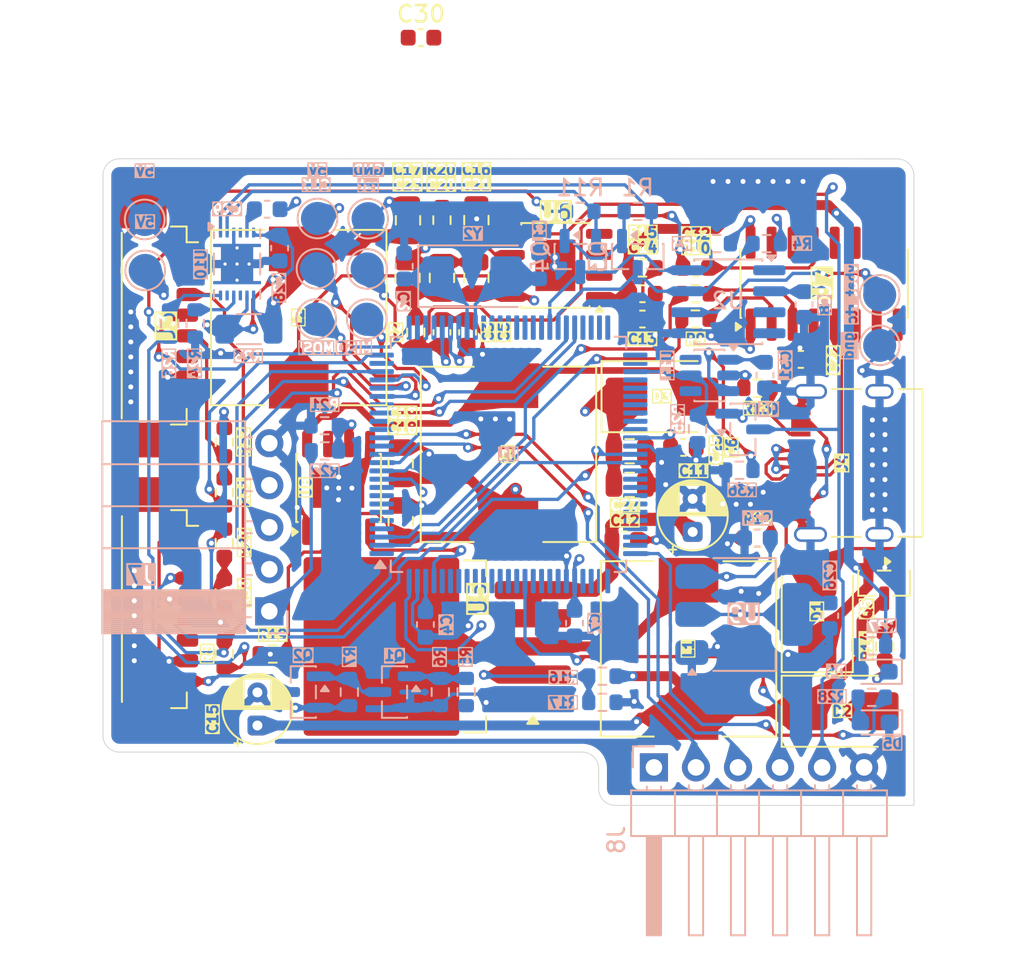
<source format=kicad_pcb>
(kicad_pcb (version 20241229) (generator "pcbnew") (generator_version "9.0")
  (layers (0 "F.Cu" signal) (4 "In1.Cu" signal) (6 "In2.Cu" signal) (2 "B.Cu" signal) (13 "F.Paste" user) (15 "B.Paste" user) (5 "F.SilkS" user "F.Silkscreen") (7 "B.SilkS" user "B.Silkscreen") (1 "F.Mask" user) (3 "B.Mask" user) (25 "Edge.Cuts" user))
  (net 0 "")
  (net 2 "Net-(U1-XTAL1)")
  (net 6 "GND")
  (net 7 "Net-(U1-XTAL2)")
  (net 14 "RESET")
  (net 24 "Net-(U1-AREF)")
  (net 32 "+5V")
  (net 34 "SCL_3.3")
  (net 38 "/power/5:32V DC INPUT")
  (net 52 "Net-(C13-Pad1)")
  (net 53 "VIN")
  (net 54 "/power/BATTERY_SEC")
  (net 59 "/power/5V Regulated")
  (net 60 "Net-(U6-BAT)")
  (net 72 "ADJUSTABLE_GSM_PWR_4.2")
  (net 73 "SENSOR_1_RX")
  (net 81 "/power/VBUS_PRIMARY")
  (net 82 "Net-(D3-A)")
  (net 85 "VBAT_RTC")
  (net 86 "CC1")
  (net 87 "D+")
  (net 88 "D-")
  (net 91 "CC2")
  (net 92 "SENSOR_2_RX")
  (net 93 "PMS_TX")
  (net 94 "PMS_RX")
  (net 95 "SPI{slash}MOSI")
  (net 96 "SPI{slash}CLK")
  (net 97 "SPI{slash}MISO")
  (net 98 "/power/5VSW")
  (net 99 "Net-(U6-SW)")
  (net 100 "Net-(Q1-D)")
  (net 101 "Net-(Q1-G)")
  (net 102 "SENSOR_PWR")
  (net 103 "Net-(U7-V3)")
  (net 104 "Net-(U7-TXD)")
  (net 105 "PWR_SWITCH")
  (net 106 "SCL")
  (net 107 "SDA")
  (net 108 "SENSOR_PWR_SWITCH")
  (net 109 "SENSOR_RESET")
  (net 110 "Net-(U7-RXD)")
  (net 111 "Net-(U5-FB)")
  (net 113 "Net-(U8-OC)")
  (net 114 "/power/FB")
  (net 115 "TXD0")
  (net 116 "RXD2")
  (net 117 "SD_CHIP_SELECT{slash}D28")
  (net 118 "RXD0")
  (net 119 "TXD2")
  (net 120 "TXD3")
  (net 121 "RXD1")
  (net 122 "TXD1")
  (net 123 "GSM{slash}RESET")
  (net 124 "RXD3")
  (net 130 "GSM_PWR_EN")
  (net 137 "Net-(U7-~{DTR})")
  (net 138 "SENSOR_1_SET")
  (net 143 "SENSOR_2_SET")
  (net 144 "/power/BATTERY_PRIMARY")
  (net 145 "Net-(U10-V_{DD})")
  (net 146 "/BATTERY_SEC")
  (net 147 "Net-(D4-A)")
  (net 148 "Net-(D5-A)")
  (net 149 "GPS_Switch")
  (net 150 "SOFT_PWR_SWITCH")
  (net 151 "Net-(U10-BIN)")
  (net 152 "Net-(U10-GPOUT)")
  (net 153 "status_led")
  (net 154 "Net-(U11-DELAY{slash}M_RST)")
  (net 159 "DONE")
  (net 160 "+3.3V")
  (net 161 "SDA_3.3")
  (footprint "Resistor_SMD:R_0603_1608Metric" (layer "F.Cu") (at 137.33 84.92 90)
    (property "Reference" "R20")
    (property "Value" "0.5")
  )
  (footprint "Resistor_SMD:R_0603_1608Metric" (layer "F.Cu") (at 149.445 87.81 180)
    (property "Reference" "R15")
    (property "Value" "2")
  )
  (footprint "Package_TO_SOT_SMD:TO-263-5_TabPin3" (layer "F.Cu") (at 135.171398 110.691036 180)
    (property "Reference" "U5")
    (property "Value" "XL4005")
  )
  (footprint "Capacitor_SMD:C_0603_1608Metric" (layer "F.Cu") (at 136.065 73.89)
    (property "Reference" "C30")
    (property "Value" "100nF")
  )
  (footprint "Resistor_SMD:R_0603_1608Metric" (layer "F.Cu") (at 124.18 101.383333 -90)
    (property "Reference" "R31")
    (property "Value" "1K")
  )
  (footprint "Inductor_SMD:L_10.4x10.4_H4.8" (layer "F.Cu") (at 152.23 110.84 -90)
    (property "Reference" "L1")
    (property "Value" "33uH")
  )
  (footprint "Capacitor_SMD:C_0805_2012Metric" (layer "F.Cu") (at 137.33 88.41 90)
    (property "Reference" "C20")
    (property "Value" "22uF")
  )
  (footprint "Capacitor_SMD:C_0805_2012Metric" (layer "F.Cu") (at 139.41 84.92 90)
    (property "Reference" "C16")
    (property "Value" "22uF")
  )
  (footprint "Diode_SMD:D_SMB" (layer "F.Cu") (at 161.52 114.61)
    (property "Reference" "D2")
    (property "Value" "SK54B")
  )
  (footprint "Resistor_SMD:R_0603_1608Metric" (layer "F.Cu") (at 124.18 104.426667 90)
    (property "Reference" "R29")
    (property "Value" "1K")
  )
  (footprint "Capacitor_SMD:C_0805_2012Metric" (layer "F.Cu") (at 134.84 103.12 90)
    (property "Reference" "C18")
    (property "Value" "22uF")
  )
  (footprint "Capacitor_SMD:C_0603_1608Metric" (layer "F.Cu") (at 159.015 93.34 180)
    (property "Reference" "C22")
    (property "Value" "1UF")
  )
  (footprint "Capacitor_SMD:C_0603_1608Metric" (layer "F.Cu") (at 149.445 89.37)
    (property "Reference" "C14")
    (property "Value" "10uF")
  )
  (footprint "Resistor_SMD:R_0603_1608Metric" (layer "F.Cu") (at 164.08 110.695 90)
    (property "Reference" "R14")
    (property "Value" "100K")
  )
  (footprint "Capacitor_SMD:C_0805_2012Metric" (layer "F.Cu") (at 135.25 88.41 90)
    (property "Reference" "C23")
    (property "Value" "22uF")
  )
  (footprint "Capacitor_SMD:C_0805_2012Metric" (layer "F.Cu") (at 148.67 100.92)
    (property "Reference" "C27")
    (property "Value" "22uF")
  )
  (footprint "Connector_Molex:Molex_PicoBlade_53398-0871_1x08-1MP_P1.25mm_Vertical" (layer "F.Cu") (at 120.693079 91.290974 -90)
    (property "Reference" "J3")
    (property "Value" "Conn_01x08_Pin")
  )
  (footprint "Package_TO_SOT_SMD:SOT-23" (layer "F.Cu") (at 164.04788 106.866041 -90)
    (property "Reference" "Q5")
    (property "Value" "AO3401A")
  )
  (footprint "Capacitor_SMD:C_0603_1608Metric" (layer "F.Cu") (at 148.375 104.25)
    (property "Reference" "C12")
    (property "Value" "0.1UF")
  )
  (footprint "Capacitor_SMD:C_0603_1608Metric" (layer "F.Cu") (at 149.445 90.9)
    (property "Reference" "C13")
    (property "Value" "10uF")
  )
  (footprint "Resistor_SMD:R_0603_1608Metric" (layer "F.Cu") (at 152.655 89.37 180)
    (property "Reference" "R10")
    (property "Value" "1K")
  )
  (footprint "Resistor_SMD:R_0603_1608Metric" (layer "F.Cu") (at 156.395 95.08 180)
    (property "Reference" "R13")
    (property "Value" "5.1K")
  )
  (footprint "Package_SO:HSOP-8-1EP_3.9x4.9mm_P1.27mm_EP2.41x3.1mm" (layer "F.Cu") (at 144.184606 87.655628 180)
    (property "Reference" "U6")
    (property "Value" "IP5306")
  )
  (footprint "Capacitor_SMD:C_0603_1608Metric" (layer "F.Cu") (at 151.92 98.66)
    (property "Reference" "C6")
    (property "Value" "100nF")
  )
  (footprint "Capacitor_SMD:C_0805_2012Metric" (layer "F.Cu") (at 148.67 98.89)
    (property "Reference" "C25")
    (property "Value" "22uF")
  )
  (footprint "Resistor_SMD:R_0603_1608Metric" (layer "F.Cu") (at 127.11 111.15)
    (property "Reference" "R19")
    (property "Value" "26k")
  )
  (footprint "Diode_SMD:D_SMB" (layer "F.Cu") (at 150.6325 95.59)
    (property "Reference" "D3")
    (property "Value" "SK54B")
  )
  (footprint "Resistor_SMD:R_0603_1608Metric" (layer "F.Cu") (at 124.18 107.47 90)
    (property "Reference" "R30")
    (property "Value" "2K")
  )
  (footprint "Capacitor_SMD:C_0603_1608Metric" (layer "F.Cu") (at 152.665 87.81 180)
    (property "Reference" "C32")
    (property "Value" "100nF")
  )
  (footprint "Inductor_SMD:L_10.4x10.4_H4.8" (layer "F.Cu") (at 128.676262 90.809943 90)
    (property "Reference" "L2")
    (property "Value" "1uH")
  )
  (footprint "Capacitor_THT:CP_Radial_D4.0mm_P2.00mm" (layer "F.Cu") (at 126.18 115.4726 90)
    (property "Reference" "C15")
    (property "Value" "470UF")
  )
  (footprint "Capacitor_SMD:C_0603_1608Metric" (layer "F.Cu") (at 137.33 91.705 90)
    (property "Reference" "C3")
    (property "Value" "22p")
  )
  (footprint "Capacitor_THT:CP_Radial_D4.0mm_P2.00mm" (layer "F.Cu") (at 152.48 103.77 90)
    (property "Reference" "C11")
    (property "Value" "470UF")
  )
  (footprint "Resistor_SMD:R_0603_1608Metric" (layer "F.Cu") (at 124.18 111.145 -90)
    (property "Reference" "R8")
    (property "Value" "10K")
  )
  (footprint "Capacitor_SMD:C_0805_2012Metric" (layer "F.Cu") (at 135.28 84.93 90)
    (property "Reference" "C17")
    (property "Value" "22uF")
  )
  (footprint "Inductor_SMD:L_10.4x10.4_H4.8" (layer "F.Cu") (at 141.348898 99.08 90)
    (property "Reference" "L3")
    (property "Value" "33uH")
  )
  (footprint "Resistor_SMD:R_0603_1608Metric" (layer "F.Cu") (at 152.645 90.9 180)
    (property "Reference" "R9")
    (property "Value" "1K")
  )
  (footprint "Diode_SMD:D_SMB" (layer "F.Cu") (at 160.01 108.5875 90)
    (property "Reference" "D1")
    (property "Value" "SK54B")
  )
  (footprint "Package_SO:SOIC-16_3.9x9.9mm_P1.27mm" (layer "F.Cu") (at 160.425 88.765 90)
    (property "Reference" "U7")
    (property "Value" "CH340C")
  )
  (footprint "Capacitor_SMD:C_0805_2012Metric" (layer "F.Cu") (at 139.41 88.41 90)
    (property "Reference" "C21")
    (property "Value" "22uF")
  )
  (footprint "Resistor_SMD:R_0603_1608Metric" (layer "F.Cu") (at 124.18 98.34 -90)
    (property "Reference" "R32")
    (property "Value" "2K")
  )
  (footprint "Capacitor_SMD:C_0603_1608Metric" (layer "F.Cu") (at 138.88 91.705 90)
    (property "Reference" "C5")
    (property "Value" "100nF")
  )
  (footprint "Capacitor_SMD:C_0805_2012Metric" (layer "F.Cu") (at 134.84 99.62 90)
    (property "Reference" "C19")
    (property "Value" "22uF")
  )
  (footprint "Connector_USB:USB_C_Receptacle_Palconn_UTC16-G" (layer "F.Cu") (at 161.53 99.6 90)
    (property "Reference" "J4")
    (property "Value" "USB_C_Receptacle_USB2.0_16P")
  )
  (footprint "Resistor_SMD:R_0603_1608Metric" (layer "F.Cu") (at 135.75 91.71 90)
    (property "Reference" "R2")
    (property "Value" "10K")
  )
  (footprint "Package_SO:HSOP-8-1EP_3.9x4.9mm_P1.27mm_EP2.41x3.1mm" (layer "F.Cu") (at 131.085 101.11 90)
    (property "Reference" "U8")
    (property "Value" "FP6298XR")
  )
  (footprint "Resistor_SMD:R_0603_1608Metric" (layer "F.Cu") (at 156.395 104.14 180)
    (property "Reference" "R12")
    (property "Value" "5.1K")
  )
  (footprint "Connector_Molex:Molex_PicoBlade_53398-0871_1x08-1MP_P1.25mm_Vertical" (layer "F.Cu") (at 120.703079 108.435974 -90)
    (property "Reference" "J2")
    (property "Value" "Conn_01x08_Pin")
  )
  (footprint "TestPoint:TestPoint_Pad_D2.0mm" (layer "B.Cu") (at 119.4 87.96 180)
    (property "Reference" "5V")
    (property "Value" "TestPoint_Pad_D2.0mm")
  )
  (footprint "Capacitor_SMD:C_0603_1608Metric" (layer "B.Cu") (at 145.34 109.28 -90)
    (property "Reference" "C7")
    (property "Value" "100nF")
  )
  (footprint "Resistor_SMD:R_0603_1608Metric" (layer "B.Cu") (at 147.025 114.07)
    (property "Reference" "R17")
    (property "Value" "2K")
  )
  (footprint "Resistor_SMD:R_0603_1608Metric" (layer "B.Cu") (at 131.735 113.44941 -90)
    (property "Reference" "R7")
    (property "Value" "10K")
  )
  (footprint "Package_SON:Texas_S-PDSO-N12" (layer "B.Cu") (at 124.95 87.575 -90)
    (property "Reference" "U10")
    (property "Value" "BQ27441DRZR-G1A")
  )
  (footprint "TestPoint:TestPoint_Pad_D2.0mm" (layer "B.Cu") (at 129.81 84.82 180)
    (property "Reference" "5V")
    (property "Value" "TestPoint_Pad_D2.0mm")
  )
  (footprint "Resistor_SMD:R_0603_1608Metric" (layer "B.Cu") (at 152.7725 97.545 90)
    (property "Reference" "R25")
    (property "Value" "10K")
  )
  (footprint "Resistor_SMD:R_0603_1608Metric" (layer "B.Cu") (at 163.315 110.66)
    (property "Reference" "R27")
    (property "Value" "1K")
  )
  (footprint "Capacitor_SMD:C_0603_1608Metric" (layer "B.Cu") (at 160.76 108.835 -90)
    (property "Reference" "C26")
    (property "Value" "1uF")
  )
  (footprint "Resistor_SMD:R_0603_1608Metric" (layer "B.Cu") (at 122.42 91.17 90)
    (property "Reference" "R24")
    (property "Value" "10K")
  )
  (footprint "Resistor_SMD:R_0603_1608Metric" (layer "B.Cu") (at 149.16 84.39 180)
    (property "Reference" "R1")
    (property "Value" "10K")
  )
  (footprint "Package_TO_SOT_SMD:SOT-23" (layer "B.Cu") (at 145.69 87.12 -90)
    (property "Reference" "Q4")
    (property "Value" "BSS138")
  )
  (footprint "Resistor_SMD:R_0603_1608Metric" (layer "B.Cu") (at 163.3 113.77 180)
    (property "Reference" "R28")
    (property "Value" "1K")
  )
  (footprint "TestPoint:TestPoint_Pad_D2.0mm" (layer "B.Cu") (at 132.79 90.91 180)
    (property "Reference" "MISO")
    (property "Value" "TestPoint_Pad_D2.0mm")
  )
  (footprint "Connector_PinHeader_2.54mm:PinHeader_1x06_P2.54mm_Horizontal" (layer "B.Cu") (at 150.14 118.005 -90)
    (property "Reference" "J8")
    (property "Value" "Conn_01x06_Socket")
  )
  (footprint "Capacitor_SMD:C_0603_1608Metric" (layer "B.Cu") (at 135.05 87.7 -90)
    (property "Reference" "C2")
    (property "Value" "100nF")
  )
  (footprint "Capacitor_SMD:C_0603_1608Metric" (layer "B.Cu") (at 156.39 104.14 180)
    (property "Reference" "C24")
    (property "Value" "1uF")
  )
  (footprint "TestPoint:TestPoint_Pad_D2.0mm" (layer "B.Cu") (at 129.73 90.9 180)
    (property "Reference" "MOSI")
    (property "Value" "TestPoint_Pad_D2.0mm")
  )
  (footprint "Capacitor_SMD:C_0603_1608Metric" (layer "B.Cu") (at 127.5225 86.61 -90)
    (property "Reference" "C28")
    (property "Value" "1uF")
  )
  (footprint "Package_TO_SOT_SMD:SOT-223-3_TabPin2" (layer "B.Cu") (at 155.58 108.76)
    (property "Reference" "U9")
    (property "Value" "AMS1117-3.3")
  )
  (footprint "Resistor_SMD:R_0603_1608Metric" (layer "B.Cu") (at 130.245 97.35)
    (property "Reference" "R22")
    (property "Value" "10k")
  )
  (footprint "TestPoint:TestPoint_Pad_D2.0mm" (layer "B.Cu") (at 132.87 84.83 180)
    (property "Reference" "GND")
    (property "Value" "TestPoint_Pad_D2.0mm")
  )
  (footprint "Package_TO_SOT_SMD:SOT-23-6" (layer "B.Cu") (at 153.49 94.31 180)
    (property "Reference" "U11")
    (property "Value" "TPL5010")
  )
  (footprint "LED_SMD:LED_0603_1608Metric_Pad1.05x0.95mm_HandSolder" (layer "B.Cu") (at 163.465 112.22 180)
    (property "Reference" "D4")
    (property "Value" "LED")
  )
  (footprint "Resistor_SMD:R_0603_1608Metric" (layer "B.Cu") (at 138.792048 113.44941 -90)
    (property "Reference" "R5")
    (property "Value" "1K")
  )
  (footprint "Resistor_SMD:R_0603_1608Metric" (layer "B.Cu") (at 145.69 84.39 180)
    (property "Reference" "R11")
    (property "Value" "10K")
  )
  (footprint "Package_QFP:TQFP-100_14x14mm_P0.5mm" (layer "B.Cu") (at 141.348898 99.08)
    (property "Reference" "U1")
    (property "Value" "ATmega2560-16A")
  )
  (footprint "Resistor_SMD:R_1206_3216Metric" (layer "B.Cu") (at 125.6625 91.51 180)
    (property "Reference" "R23")
    (property "Value" "0.01")
  )
  (footprint "Capacitor_SMD:C_0603_1608Metric" (layer "B.Cu") (at 143.2 87.69 90)
    (property "Reference" "C1")
    (property "Value" "100nF")
  )
  (footprint "Package_SO:SOIC-8_3.9x4.9mm_P1.27mm" (layer "B.Cu") (at 154.635 89.855 180)
    (property "Reference" "U2")
    (property "Value" "DS3232M")
  )
  (footprint "Package_TO_SOT_SMD:SOT-23" (layer "B.Cu") (at 128.9525 113.44941 180)
    (property "Reference" "Q2")
    (property "Value" "AO3401A")
  )
  (footprint "Resistor_SMD:R_0603_1608Metric" (layer "B.Cu") (at 130.255 98.87 180)
    (property "Reference" "R21")
    (property "Value" "59k")
  )
  (footprint "Package_TO_SOT_SMD:SOT-23" (layer "B.Cu") (at 155.5125 97.57)
    (property "Reference" "Q6")
    (property "Value" "2N7002")
  )
  (footprint "TestPoint:TestPoint_Pad_D2.0mm" (layer "B.Cu") (at 132.81 87.869 180)
    (property "Reference" "rst")
    (property "Value" "TestPoint_Pad_D2.0mm")
  )
  (footprint "LED_SMD:LED_0603_1608Metric_Pad1.05x0.95mm_HandSolder" (layer "B.Cu") (at 163.485 115.29 180)
    (property "Reference" "D5")
    (property "Value" "LED")
  )
  (footprint "Package_TO_SOT_SMD:SOT-23" (layer "B.Cu") (at 149.16 87.12 -90)
    (property "Reference" "Q3")
    (property "Value" "BSS138")
  )
  (footprint "Resistor_SMD:R_0603_1608Metric" (layer "B.Cu") (at 147.025 112.49 180)
    (property "Reference" "R16")
    (property "Value" "10.5K")
  )
  (footprint "Resistor_SMD:R_0603_1608Metric" (layer "B.Cu") (at 156.955 86.34)
    (property "Reference" "R4")
    (property "Value" "10K")
  )
  (footprint "Capacitor_SMD:C_0603_1608Metric" (layer "B.Cu") (at 126.775 84.26)
    (property "Reference" "C29")
    (property "Value" "0.47uF")
  )
  (footprint "Resistor_SMD:R_0603_1608Metric" (layer "B.Cu") (at 155.3 100.04)
    (property "Reference" "R36")
    (property "Value" "4.7K")
  )
  (footprint "TestPoint:TestPoint_Pad_D2.0mm" (layer "B.Cu") (at 119.37 84.88 180)
    (property "Reference" "5V")
    (property "Value" "TestPoint_Pad_D2.0mm")
  )
  (footprint "Crystal:Crystal_SMD_Abracon_ABM3-2Pin_5.0x3.2mm" (layer "B.Cu") (at 139.16 88.31)
    (property "Reference" "Y2")
    (property "Value" "Crystal")
  )
  (footprint "TestPoint:TestPoint_Pad_D2.0mm" (layer "B.Cu") (at 129.75 87.86 180)
    (property "Reference" "CLK")
    (property "Value" "TestPoint_Pad_D2.0mm")
  )
  (footprint "Connector_PinSocket_2.54mm:PinSocket_1x05_P2.54mm_Horizontal" (layer "B.Cu") (at 126.897913 108.567427)
    (property "Reference" "J7")
    (property "Value" "Conn_01x05_Pin")
  )
  (footprint "Capacitor_SMD:C_0603_1608Metric" (layer "B.Cu") (at 136.33 109.365 -90)
    (property "Reference" "C4")
    (property "Value" "100nF")
  )
  (footprint "TestPoint:TestPoint_Pad_D2.0mm" (layer "B.Cu") (at 163.78 89.44 180)
    (property "Reference" "vbat rtc")
    (property "Value" "TestPoint_Pad_D2.0mm")
  )
  (footprint "Resistor_SMD:R_0603_1608Metric" (layer "B.Cu") (at 120.88 91.175 90)
    (property "Reference" "R26")
    (property "Value" "10K")
  )
  (footprint "TestPoint:TestPoint_Pad_D2.0mm" (layer "B.Cu") (at 163.78 92.49 180)
    (property "Reference" "gnd")
    (property "Value" "TestPoint_Pad_D2.0mm")
  )
  (footprint "Resistor_SMD:R_0603_1608Metric" (layer "B.Cu") (at 153.935 86.34)
    (property "Reference" "R3")
    (property "Value" "10K")
  )
  (footprint "Capacitor_SMD:C_0603_1608Metric" (layer "B.Cu") (at 159.21 90.02 -90)
    (property "Reference" "C8")
    (property "Value" "1UF")
  )
  (footprint "Capacitor_SMD:C_0603_1608Metric" (layer "B.Cu") (at 156.85 94.29 -90)
    (property "Reference" "C31")
    (property "Value" "1uF")
  )
  (footprint "Resistor_SMD:R_0603_1608Metric" (layer "B.Cu") (at 137.232048 113.44941 90)
    (property "Reference" "R6")
    (property "Value" "4.7K")
  )
  (footprint "Package_TO_SOT_SMD:SOT-23" (layer "B.Cu") (at 134.464548 113.44941 180)
    (property "Reference" "Q1")
    (property "Value" "2N7002")
  )
  (gr_arc (start 164.849102 81.219796) (mid 165.55608 81.51276) (end 165.848898 82.219796) (stroke (width 0.05)) (layer "Edge.Cuts"))
  (gr_line (start 116.85 82.210204) (end 116.85 116.08) (stroke (width 0.05)) (layer "Edge.Cuts"))
  (gr_line (start 165.848898 117.08) (end 165.848898 82.219796) (stroke (width 0.05)) (layer "Edge.Cuts"))
  (gr_arc (start 145.8 117.08) (mid 146.507107 117.372893) (end 146.8 118.08) (stroke (width 0.05)) (layer "Edge.Cuts"))
  (gr_line (start 147.8 120.3) (end 165.85 120.3) (stroke (width 0.05)) (layer "Edge.Cuts"))
  (gr_arc (start 116.85 82.210204) (mid 117.142965 81.503025) (end 117.850204 81.210204) (stroke (width 0.05)) (layer "Edge.Cuts"))
  (gr_arc (start 147.8 120.3) (mid 147.092893 120.007107) (end 146.8 119.3) (stroke (width 0.05)) (layer "Edge.Cuts"))
  (gr_line (start 164.849102 81.219796) (end 117.850204 81.210204) (stroke (width 0.05)) (layer "Edge.Cuts"))
  (gr_line (start 146.8 118.08) (end 146.8 119.3) (stroke (width 0.05)) (layer "Edge.Cuts"))
  (gr_arc (start 117.85 117.08) (mid 117.142893 116.787107) (end 116.85 116.08) (stroke (width 0.05)) (layer "Edge.Cuts"))
  (gr_line (start 165.848898 120.3) (end 165.848898 117.08) (stroke (width 0.05)) (layer "Edge.Cuts"))
  (gr_line (start 117.85 117.08) (end 145.8 117.08) (stroke (width 0.05)) (layer "Edge.Cuts"))
  (segment (start 139.348898 90.011102) (end 141.05 88.31) (width 0.2) (layer "B.Cu") (net 2))
  (segment (start 141.05 88.31) (end 141.21 88.31) (width 0.2) (layer "B.Cu") (net 2))
  (segment (start 141.365 88.465) (end 141.21 88.31) (width 0.2) (layer "B.Cu") (net 2))
  (segment (start 143.2 88.465) (end 141.365 88.465) (width 0.2) (layer "B.Cu") (net 2))
  (segment (start 139.348898 91.4175) (end 139.348898 90.011102) (width 0.2) (layer "B.Cu") (net 2))
  (segment (start 136.097289 86.612711) (end 135.25 87.46) (width 0.2) (layer "F.Cu") (net 6))
  (segment (start 155.57 104.14) (end 154.92 104.14) (width 0.2) (layer "F.Cu") (net 6))
  (segment (start 158.24 93.34) (end 158.271776 93.34) (width 0.2) (layer "F.Cu") (net 6))
  (segment (start 152.68 98.675) (end 152.695 98.66) (width 0.2) (layer "F.Cu") (net 6))
  (segment (start 132.99 99.205) (end 131.085 101.11) (width 0.2) (layer "F.Cu") (net 6))
  (segment (start 142.821398 114.091036) (end 140.011036 114.091036) (width 0.2) (layer "F.Cu") (net 6))
  (segment (start 139.43 84.84) (end 139.43 83.99) (width 0.2) (layer "F.Cu") (net 6))
  (segment (start 150.22 89.37) (end 150.22 90.9) (width 0.2) (layer "F.Cu") (net 6))
  (segment (start 164.08 112.19) (end 163.62 112.65) (width 0.2) (layer "F.Cu") (net 6))
  (segment (start 136.55 99.06) (end 136.16 98.67) (width 0.2) (layer "F.Cu") (net 6))
  (segment (start 150.22 90.9) (end 150.22 91.85) (width 0.2) (layer "F.Cu") (net 6))
  (segment (start 139.43 83.99) (end 139.41 83.97) (width 0.2) (layer "F.Cu") (net 6))
  (segment (start 149.15 104.25) (end 150.28 104.25) (width 0.2) (layer "F.Cu") (net 6))
  (segment (start 126.95 111.15) (end 126.96 111.16) (width 0.2) (layer "F.Cu") (net 6))
  (segment (start 120.764026 94.415974) (end 120.76 94.42) (width 0.2) (layer "F.Cu") (net 6))
  (segment (start 150.84 100.92) (end 150.85 100.91) (width 0.2) (layer "F.Cu") (net 6))
  (segment (start 161.44 114.61) (end 161.41 114.64) (width 0.2) (layer "F.Cu") (net 6))
  (segment (start 149.62 98.89) (end 149.926093 98.89) (width 0.2) (layer "F.Cu") (net 6))
  (segment (start 129.18 102.89) (end 128.58 102.29) (width 0.2) (layer "F.Cu") (net 6))
  (segment (start 129.18 103.76) (end 129.18 102.89) (width 0.2) (layer "F.Cu") (net 6))
  (segment (start 121.943079 94.415974) (end 120.764026 94.415974) (width 0.2) (layer "F.Cu") (net 6))
  (segment (start 150.28 104.25) (end 150.29 104.26) (width 0.2) (layer "F.Cu") (net 6))
  (segment (start 144.184606 87.655628) (end 144.184606 87.184606) (width 0.2) (layer "F.Cu") (net 6))
  (segment (start 123.95 109.23) (end 124.18 109) (width 0.2) (layer "F.Cu") (net 6))
  (segment (start 138.88 90.93) (end 139.781723 91.831723) (width 0.2) (layer "F.Cu") (net 6))
  (segment (start 155.65 95) (end 155.57 95.08) (width 0.2) (layer "F.Cu") (net 6))
  (segment (start 155.98 91.24) (end 155.98 92.68) (width 0.2) (layer "F.Cu") (net 6))
  (segment (start 137.33 87.46) (end 135.25 87.46) (width 0.2) (layer "F.Cu") (net 6))
  (segment (start 159.02 103.34) (end 159.6 103.92) (width 0.2) (layer "F.Cu") (net 6))
  (segment (start 149.62 98.89) (end 149.62 100.92) (width 0.2) (layer "F.Cu") (net 6))
  (segment (start 137.33 90.93) (end 138.88 90.93) (width 0.2) (layer "F.Cu") (net 6))
  (segment (start 134.84 102.17) (end 136.11 102.17) (width 0.2) (layer "F.Cu") (net 6))
  (segment (start 149.926093 98.89) (end 150.60177 99.565677) (width 0.2) (layer "F.Cu") (net 6))
  (segment (start 155.98 92.68) (end 155.95 92.71) (width 0.2) (layer "F.Cu") (net 6))
  (segment (start 131.085 101.11) (end 131.085 101.115) (width 0.2) (layer "F.Cu") (net 6))
  (segment (start 155.65 94.28) (end 155.65 95) (width 0.2) (layer "F.Cu") (net 6))
  (segment (start 124.18 97.515) (end 124.18 96.53) (width 0.2) (layer "F.Cu") (net 6))
  (segment (start 134.15 83.79) (end 135.09 83.79) (width 0.2) (layer "F.Cu") (net 6))
  (segment (start 159.02 95.86) (end 159.6 95.28) (width 0.2) (layer "F.Cu") (net 6))
  (segment (start 149.62 100.92) (end 150.84 100.92) (width 0.2) (layer "F.Cu") (net 6))
  (segment (start 144.184606 87.184606) (end 144.17 87.17) (width 0.2) (layer "F.Cu") (net 6))
  (segment (start 120.869026 111.560974) (end 120.84 111.59) (width 0.2) (layer "F.Cu") (net 6))
  (segment (start 163.67 114.61) (end 161.44 114.61) (width 0.2) (layer "F.Cu") (net 6))
  (segment (start 139.781723 91.831723) (end 139.781723 93.030689) (width 0.2) (layer "F.Cu") (net 6))
  (segment (start 159.02 102.8) (end 159.02 103.34) (width 0.2) (layer "F.Cu") (net 6))
  (segment (start 144.184606 87.655628) (end 144.184606 87.675394) (width 0.2) (layer "F.Cu") (net 6))
  (segment (start 159.02 96.4) (end 159.02 95.86) (width 0.2) (layer "F.Cu") (net 6))
  (segment (start 136.333374 86.612711) (end 136.097289 86.612711) (width 0.2) (layer "F.Cu") (net 6))
  (segment (start 140.011036 114.091036) (end 140 114.08) (width 0.2) (layer "F.Cu") (net 6))
  (segment (start 150.22 91.85) (end 150.21 91.86) (width 0.2) (layer "F.Cu") (net 6))
  (segment (start 132.99 98.46) (end 132.99 99.205) (width 0.2) (layer "F.Cu") (net 6))
  (segment (start 164.08 111.52) (end 164.08 112.19) (width 0.2) (layer "F.Cu") (net 6))
  (segment (start 135.09 83.79) (end 135.28 83.98) (width 0.2) (layer "F.Cu") (net 6))
  (segment (start 152.68 99.43) (end 152.68 98.675) (width 0.2) (layer "F.Cu") (net 6))
  (segment (start 154.92 104.14) (end 154.58 104.48) (width 0.2) (layer "F.Cu") (net 6))
  (segment (start 136.16 98.67) (end 134.84 98.67) (width 0.2) (layer "F.Cu") (net 6))
  (segment (start 158.271776 93.34) (end 158.964855 92.646921) (width 0.2) (layer "F.Cu") (net 6))
  (segment (start 121.953079 111.560974) (end 120.869026 111.560974) (width 0.2) (layer "F.Cu") (net 6))
  (segment (start 126.285 111.15) (end 126.95 111.15) (width 0.2) (layer "F.Cu") (net 6))
  (segment (start 139.41 87.46) (end 137.33 87.46) (width 0.2) (layer "F.Cu") (net 6))
  (segment (start 131.085 101.115) (end 131.09 101.12) (width 0.2) (layer "F.Cu") (net 6))
  (segment (start 124.18 109) (end 124.18 108.295) (width 0.2) (layer "F.Cu") (net 6))
  (segment (start 124.18 96.53) (end 124.16 96.51) (width 0.2) (layer "F.Cu") (net 6))
  (segment (start 144.184606 87.675394) (end 144.14 87.72) (width 0.2) (layer "F.Cu") (net 6))
  (via (at 150.21 91.86) (size 0.6) (drill 0.3) (layers "F.Cu" "B.Cu") (net 6))
  (via (at 120.84 111.59) (size 0.6) (drill 0.3) (layers "F.Cu" "B.Cu") (net 6))
  (via (at 154.3 102.08) (size 0.6) (drill 0.3) (layers "F.Cu" "B.Cu") (net 6))
  (via (at 124.16 96.51) (size 0.6) (drill 0.3) (layers "F.Cu" "B.Cu") (net 6))
  (via (at 164.09 105.93) (size 0.6) (drill 0.3) (layers "F.Cu" "B.Cu") (net 6))
  (via (at 163.34 100.626667) (size 0.6) (drill 0.3) (layers "F.Cu" "B.Cu") (net 6))
  (via (at 150.60177 99.565677) (size 0.6) (drill 0.3) (layers "F.Cu" "B.Cu") (net 6))
  (via (at 118.74 110.65) (size 0.6) (drill 0.3) (layers "F.Cu" "B.Cu") (net 6))
  (via (at 118.74 106.116667) (size 0.6) (drill 0.3) (layers "F.Cu" "B.Cu") (net 6))
  (via (at 118.53 95.91) (size 0.6) (drill 0.3) (layers "F.Cu" "B.Cu") (net 6))
  (via (at 148.95 114.02) (size 0.6) (drill 0.3) (layers "F.Cu" "B.Cu") (net 6))
  (via (at 161.41 114.64) (size 0.6) (drill 0.3) (layers "F.Cu" "B.Cu") (net 6))
  (via (at 153.71 82.58) (size 0.6) (drill 0.3) (layers "F.Cu" "B.Cu") (net 6))
  (via (at 118.53 91.376667) (size 0.6) (drill 0.3) (layers "F.Cu" "B.Cu") (net 6))
  (via (at 156.47 107.49) (size 0.6) (drill 0.3) (layers "F.Cu" "B.Cu") (net 6))
  (via (at 156.43 82.58) (size 0.6) (drill 0.3) (layers "F.Cu" "B.Cu") (net 6))
  (via (at 118.53 93.19) (size 0.6) (drill 0.3) (layers "F.Cu" "B.Cu") (net 6))
  (via (at 146.64 109.891036) (size 0.6) (drill 0.3) (layers "F.Cu" "B.Cu") (net 6))
  (via (at 128.58 102.29) (size 0.6) (drill 0.3) (layers "F.Cu" "B.Cu") (net 6))
  (via (at 164.1 99.7) (size 0.6) (drill 0.3) (layers "F.Cu" "B.Cu") (net 6))
  (via (at 164.1 96.98) (size 0.6) (drill 0.3) (layers "F.Cu" "B.Cu") (net 6))
  (via (at 155.11 102.1) (size 0.6) (drill 0.3) (layers "F.Cu" "B.Cu") (net 6))
  (via (at 158.964855 92.646921) (size 0.6) (drill 0.3) (layers "F.Cu" "B.Cu") (net 6))
  (via (at 155.97 102.1) (size 0.6) (drill 0.3) (layers "F.Cu" "B.Cu") (net 6))
  (via (at 163.34 101.533333) (size 0.6) (drill 0.3) (layers "F.Cu" "B.Cu") (net 6))
  (via (at 118.53 95.003333) (size 0.6) (drill 0.3) (layers "F.Cu" "B.Cu") (net 6))
  (via (at 150.29 104.26) (size 0.6) (drill 0.3) (layers "F.Cu" "B.Cu") (net 6))
  (via (at 163.34 102.44) (size 0.6) (drill 0.3) (layers "F.Cu" "B.Cu") (net 6))
  (via (at 164.1 100.606667) (size 0.6) (drill 0.3) (layers "F.Cu" "B.Cu") (net 6))
  (via (at 156.74 101.37) (size 0.6) (drill 0.3) (layers "F.Cu" "B.Cu") (net 6))
  (via (at 138.92 109.44) (size 0.6) (drill 0.3) (layers "F.Cu" "B.Cu") (net 6))
  (via (at 154.58 104.48) (size 0.6) (drill 0.3) (layers "F.Cu" "B.Cu") (net 6))
  (via (at 164.1 101.513333) (size 0.6) (drill 0.3) (layers "F.Cu" "B.Cu") (net 6))
  (via (at 153.98 110.7) (size 0.6) (drill 0.3) (layers "F.Cu" "B.Cu") (net 6))
  (via (at 130.37 101.11) (size 0.6) (drill 0.3) (layers "F.Cu" "B.Cu") (net 6))
  (via (at 164.1 102.42) (size 0.6) (drill 0.3) (layers "F.Cu" "B.Cu") (net 6))
  (via (at 136.333374 86.612711) (size 0.6) (drill 0.3) (layers "F.Cu" "B.Cu") (net 6))
  (via (at 134.15 83.79) (size 0.6) (drill 0.3) (layers "F.Cu" "B.Cu") (net 6))
  (via (at 158.243333 82.58) (size 0.6) (drill 0.3) (layers "F.Cu" "B.Cu") (net 6))
  (via (at 153.6 91.92) (size 0.6) (drill 0.3) (layers "F.Cu" "B.Cu") (net 6))
  (via (at 120.76 94.42) (size 0.6) (drill 0.3) (layers "F.Cu" "B.Cu") (net 6))
  (via (at 123.95 109.23) (size 0.6) (drill 0.3) (layers "F.Cu" "B.Cu") (net 6))
  (via (at 140.56 96.94) (size 0.6) (drill 0.3) (layers "F.Cu" "B.Cu") (net 6))
  (via (at 164.1 98.793333) (size 0.6) (drill 0.3) (layers "F.Cu" "B.Cu") (net 6))
  (via (at 139.781723 93.030689) (size 0.6) (drill 0.3) (layers "F.Cu" "B.Cu") (net 6))
  (via (at 152.68 99.43) (size 0.6) (drill 0.3) (layers "F.Cu" "B.Cu") (net 6))
  (via (at 136.11 102.17) (size 0.6) (drill 0.3) (layers "F.Cu" "B.Cu") (net 6))
  (via (at 144.14 87.72) (size 0.6) (drill 0.3) (layers "F.Cu" "B.Cu") (net 6))
  (via (at 140 114.08) (size 0.6) (drill 0.3) (layers "F.Cu" "B.Cu") (net 6))
  (via (at 131.08 101.83) (size 0.6) (drill 0.3) (layers "F.Cu" "B.Cu") (net 6))
  (via (at 118.74 107.93) (size 0.6) (drill 0.3) (layers "F.Cu" "B.Cu") (net 6))
  (via (at 163.34 99.72) (size 0.6) (drill 0.3) (layers "F.Cu" "B.Cu") (net 6))
  (via (at 139.43 84.84) (size 0.6) (drill 0.3) (layers "F.Cu" "B.Cu") (net 6))
  (via (at 118.53 94.096667) (size 0.6) (drill 0.3) (layers "F.Cu" "B.Cu") (net 6))
  (via (at 155.65 94.28) (size 0.6) (drill 0.3) (layers "F.Cu" "B.Cu") (net 6))
  (via (at 136.55 99.06) (size 0.6) (drill 0.3) (layers "F.Cu" "B.Cu") (net 6))
  (via (at 163.34 97) (size 0.6) (drill 0.3) (layers "F.Cu" "B.Cu") (net 6))
  (via (at 118.53 92.283333) (size 0.6) (drill 0.3) (layers "F.Cu" "B.Cu") (net 6))
  (via (at 144.861577 105.225442) (size 0.6) (drill 0.3) (layers "F.Cu" "B.Cu") (net 6))
  (via (at 150.85 100.91) (size 0.6) (drill 0.3) (layers "F.Cu" "B.Cu") (net 6))
  (via (at 155.523333 82.58) (size 0.6) (drill 0.3) (layers "F.Cu" "B.Cu") (net 6))
  (via (at 118.74 111.556667) (size 0.6) (drill 0.3) (layers "F.Cu" "B.Cu") (net 6))
  (via (at 155.41 107.36) (size 0.6) (drill 0.3) (layers "F.Cu" "B.Cu") (net 6))
  (via (at 118.74 108.836667) (size 0.6) (drill 0.3) (layers "F.Cu" "B.Cu") (net 6))
  (via (at 141.42 96.95) (size 0.6) (drill 0.3) (layers "F.Cu" "B.Cu") (net 6))
  (via (at 123.96 92.96) (size 0.6) (drill 0.3) (layers "F.Cu" "B.Cu") (net 6))
  (via (at 154.616667 82.58) (size 0.6) (drill 0.3) (layers "F.Cu" "B.Cu") (net 6))
  (via (at 144.17 87.17) (size 0.6) (drill 0.3) (layers "F.Cu" "B.Cu") (net 6))
  (via (at 131.09 100.45) (size 0.6) (drill 0.3) (layers "F.Cu" "B.Cu") (net 6))
  (via (at 157.336667 82.58) (size 0.6) (drill 0.3) (layers "F.Cu" "B.Cu") (net 6))
  (via (at 131.09 101.12) (size 0.6) (drill 0.3) (layers "F.Cu" "B.Cu") (net 6))
  (via (at 163.34 98.813333) (size 0.6) (drill 0.3) (layers "F.Cu" "B.Cu") (net 6))
  (via (at 139.68 96.94) (size 0.6) (drill 0.3) (layers "F.Cu" "B.Cu") (net 6))
  (via (at 158.24 111.18) (size 0.6) (drill 0.3) (layers "F.Cu" "B.Cu") (net 6))
  (via (at 159.15 82.58) (size 0.6) (drill 0.3) (layers "F.Cu" "B.Cu") (net 6))
  (via (at 118.53 90.47) (size 0.6) (drill 0.3) (layers "F.Cu" "B.Cu") (net 6))
  (via (at 118.74 109.743334) (size 0.6) (drill 0.3) (layers "F.Cu" "B.Cu") (net 6))
  (via (at 155.501353 96.879562) (size 0.6) (drill 0.3) (layers "F.Cu" "B.Cu") (net 6))
  (via (at 155.95 92.71) (size 0.6) (drill 0.3) (layers "F.Cu" "B.Cu") (net 6))
  (via (at 163.62 112.65) (size 0.6) (drill 0.3) (layers "F.Cu" "B.Cu") (net 6))
  (via (at 128.53 83.79) (size 0.6) (drill 0.3) (layers "F.Cu" "B.Cu") (net 6))
  (via (at 131.89 101.12) (size 0.6) (drill 0.3) (layers "F.Cu" "B.Cu") (net 6))
  (via (at 126.96 111.16) (size 0.6) (drill 0.3) (layers "F.Cu" "B.Cu") (net 6))
  (via (at 163.34 97.906667) (size 0.6) (drill 0.3) (layers "F.Cu" "B.Cu") (net 6))
  (via (at 162.72 94.01) (size 0.6) (drill 0.3) (layers "F.Cu" "B.Cu") (net 6))
  (via (at 164.1 97.886667) (size 0.6) (drill 0.3) (layers "F.Cu" "B.Cu") (net 6))
  (via (at 118.74 107.023334) (size 0.6) (drill 0.3) (layers "F.Cu" "B.Cu") (net 6))
  (segment (start 144.848898 105.238121) (end 144.861577 105.225442) (width 0.2) (layer "B.Cu") (net 6))
  (segment (start 136.008922 99.170183) (end 135.099105 100.08) (width 0.2) (layer "B.Cu") (net 6))
  (segment (start 159.21 90.795) (end 159.21 92.401776) (width 0.2) (layer "B.Cu") (net 6))
  (segment (start 129.42 97.35) (end 127.95534 97.35) (width 0.2) (layer "B.Cu") (net 6))
  (segment (start 136.55 99.06) (end 136.439817 99.170183) (width 0.2) (layer "B.Cu") (net 6))
  (segment (start 137.232048 114.27441) (end 137.933048 113.57341) (width 0.2) (layer "B.Cu") (net 6))
  (segment (start 150.60177 99.30177) (end 150.60177 99.565677) (width 0.2) (layer "B.Cu") (net 6))
  (segment (start 138.22 110.14) (end 136.33 110.14) (width 0.2) (layer "B.Cu") (net 6))
  (segment (start 163.78 92.95) (end 162.72 94.01) (width 0.2) (layer "B.Cu") (net 6))
  (segment (start 149.88 98.58) (end 150.60177 99.30177) (width 0.2) (layer "B.Cu") (net 6))
  (segment (start 159.21 92.401776) (end 158.964855 92.646921) (width 0.2) (layer "B.Cu") (net 6))
  (segment (start 154.6575 94.28) (end 154.6275 94.31) (width 0.2) (layer "B.Cu") (net 6))
  (segment (start 123.385 92.96) (end 123.96 92.96) (width 0.2) (layer "B.Cu") (net 6))
  (segment (start 144.848898 106.7425) (end 144.848898 105.238121) (width 0.2) (layer "B.Cu") (net 6))
  (segment (start 149.011398 98.58) (end 149.88 98.58) (width 0.2) (layer "B.Cu") (net 6))
  (segment (start 152.43 111.06) (end 153.62 111.06) (width 0.2) (layer "B.Cu") (net 6))
  (segment (start 154.475 96.72) (end 154.575 96.62) (width 0.2) (layer "B.Cu") (net 6))
  (segment (start 164.36 115.29) (end 164.36 116.485) (width 0.2) (layer "B.Cu") (net 6))
  (segment (start 163.91 112.65) (end 164.34 112.22) (width 0.2) (layer "B.Cu") (net 6))
  (segment (start 135.099105 100.08) (end 133.686398 100.08) (width 0.2) (layer "B.Cu") (net 6))
  (segment (start 153.62 111.06) (end 153.98 110.7) (width 0.2) (layer "B.Cu") (net 6))
  (segment (start 152.7725 98.37) (end 152.7725 99.3375) (width 0.2) (layer "B.Cu") (net 6))
  (segment (start 146.476036 110.055) (end 146.64 109.891036) (width 0.2) (layer "B.Cu") (net 6))
  (segment (start 132.87 84.83) (end 133.11 84.83) (width 0.2) (layer "B.Cu") (net 6))
  (segment (start 155.241791 96.62) (end 155.501353 96.879562) (width 0.2) (layer "B.Cu") (net 6))
  (segment (start 152.7725 99.3375) (end 152.68 99.43) (width 0.2) (layer "B.Cu") (net 6))
  (segment (start 135.848898 107.845992) (end 135.554 108.14089) (width 0.2) (layer "B.Cu") (net 6))
  (segment (start 153.44 91.76) (end 153.6 91.92) (width 0.2) (layer "B.Cu") (net 6))
  (segment (start 160.79 109.575) (end 160.79 110.025) (width 0.2) (layer "B.Cu") (net 6))
  (segment (start 163.62 112.65) (end 163.91 112.65) (width 0.2) (layer "B.Cu") (net 6))
  (segment (start 139.49341 113.57341) (end 140 114.08) (width 0.2) (layer "B.Cu") (net 6))
  (segment (start 152.9225 98.52) (end 152.7725 98.37) (width 0.2) (layer "B.Cu") (net 6))
  (segment (start 135.554 108.14089) (end 135.554 109.364) (width 0.2) (layer "B.Cu") (net 6))
  (segment (start 127.5225 87.385) (end 125.865 87.385) (width 0.2) (layer "B.Cu") (net 6))
  (segment (start 136.439817 99.170183) (end 136.008922 99.170183) (width 0.2) (layer "B.Cu") (net 6))
  (segment (start 154.575 96.62) (end 155.241791 96.62) (width 0.2) (layer "B.Cu") (net 6))
  (segment (start 145.34 110.055) (end 146.476036 110.055) (width 0.2) (layer "B.Cu") (net 6))
  (segment (start 154.92 104.14) (end 154.58 104.48) (width 0.2) (layer "B.Cu") (net 6))
  (segment (start 135.402048 114.39941) (end 137.107048 114.39941) (width 0.2) (layer "B.Cu") (net 6))
  (segment (start 127.95534 97.35) (end 126.897913 98.407427) (width 0.2) (layer "B.Cu") (net 6))
  (segment (start 147.85 114.07) (end 148.9 114.07) (width 0.2) (layer "B.Cu") (net 6))
  (segment (start 137.107048 114.39941) (end 137.232048 114.27441) (width 0.2) (layer "B.Cu") (net 6))
  (segment (start 155.65 94.28) (end 154.6575 94.28) (width 0.2) (layer "B.Cu") (net 6))
  (segment (start 159.635 111.18) (end 158.24 111.18) (width 0.2) (layer "B.Cu") (net 6))
  (segment (start 124.75 86.4) (end 124.95 86.6) (width 0.2) (layer "B.Cu") (net 6))
  (segment (start 152.16 91.76) (end 153.44 91.76) (width 0.2) (layer "B.Cu") (net 6))
  (segment (start 122.42 91.995) (end 123.385 92.96) (width 0.2) (layer "B.Cu") (net 6))
  (segment (start 133.11 84.83) (end 134.15 83.79) (width 0.2) (layer "B.Cu") (net 6))
  (segment (start 164.36 116.485) (end 162.84 118.005) (width 0.2) (layer "B.Cu") (net 6))
  (segment (start 135.554 109.364) (end 136.33 110.14) (width 0.2) (layer "B.Cu") (net 6))
  (segment (start 128.06 84.26) (end 127.55 84.26) (width 0.2) (layer "B.Cu") (net 6))
  (segment (start 138.92 109.44) (end 138.22 110.14) (width 0.2) (layer "B.Cu") (net 6))
  (segment (start 148.9 114.07) (end 148.95 114.02) (width 0.2) (layer "B.Cu") (net 6))
  (segment (start 135.848898 106.7425) (end 135.848898 107.845992) (width 0.2) (layer "B.Cu") (net 6))
  (segment (start 137.933048 113.57341) (end 139.49341 113.57341) (width 0.2) (layer "B.Cu") (net 6))
  (segment (start 155.615 104.14) (end 154.92 104.14) (width 0.2) (layer "B.Cu") (net 6))
  (segment (start 138.348898 91.4175) (end 138.348898 92.558955) (width 0.2) (layer "B.Cu") (net 6))
  (segment (start 138.348898 92.558955) (end 138.820632 93.030689) (width 0.2) (layer "B.Cu") (net 6))
  (segment (start 138.820632 93.030689) (end 139.781723 93.030689) (width 0.2) (layer "B.Cu") (net 6))
  (segment (start 124.75 85.675) (end 124.75 86.4) (width 0.2) (layer "B.Cu") (net 6))
  (segment (start 163.78 92.49) (end 163.78 92.95) (width 0.2) (layer "B.Cu") (net 6))
  (segment (start 125.865 87.385) (end 125.675 87.575) (width 0.2) (layer "B.Cu") (net 6))
  (segment (start 160.79 110.025) (end 159.635 111.18) (width 0.2) (layer "B.Cu") (net 6))
  (segment (start 128.53 83.79) (end 128.06 84.26) (width 0.2) (layer "B.Cu") (net 6))
  (segment (start 138.848898 90.048898) (end 137.11 88.31) (width 0.2) (layer "B.Cu") (net 7))
  (segment (start 135.05 88.475) (end 136.945 88.475) (width 0.2) (layer "B.Cu") (net 7))
  (segment (start 136.945 88.475) (end 137.11 88.31) (width 0.2) (layer "B.Cu") (net 7))
  (segment (start 138.848898 91.4175) (end 138.848898 90.048898) (width 0.2) (layer "B.Cu") (net 7))
  (segment (start 134.5 90.14) (end 133.83 89.47) (width 0.2) (layer "F.Cu") (net 14))
  (segment (start 151.22 84.65) (end 146.493266 84.65) (width 0.2) (layer "F.Cu") (net 14))
  (segment (start 134.895 92.535) (end 134.5 92.14) (width 0.2) (layer "F.Cu") (net 14))
  (segment (start 151.71 86.69) (end 151.71 87.795) (width 0.2) (layer "F.Cu") (net 14))
  (segment (start 137.275 92.535) (end 137.33 92.48) (width 0.2) (layer "F.Cu") (net 14))
  (segment (start 135.75 92.535) (end 137.275 92.535) (width 0.2) (layer "F.Cu") (net 14))
  (segment (start 137.576839 93.485368) (end 137.576839 92.726839) (width 0.2) (layer "F.Cu") (net 14))
  (segment (start 144.08 90.96) (end 140.42 90.96) (width 0.2) (layer "F.Cu") (net 14))
  (segment (start 140.42 90.96) (end 139.639 90.179) (width 0.2) (layer "F.Cu") (net 14))
  (segment (start 145.733606 89.306394) (end 144.08 90.96) (width 0.2) (layer "F.Cu") (net 14))
  (segment (start 145.733606 85.40966) (end 145.733606 89.306394) (width 0.2) (layer "F.Cu") (net 14))
  (segment (start 136.85589 90.179) (end 136.554 90.48089) (width 0.2) (layer "F.Cu") (net 14))
  (segment (start 139.639 90.179) (end 136.85589 90.179) (width 0.2) (layer "F.Cu") (net 14))
  (segment (start 151.71 87.795) (end 151.725 87.81) (width 0.2) (layer "F.Cu") (net 14))
  (segment (start 135.75 92.535) (end 134.895 92.535) (width 0.2) (layer "F.Cu") (net 14))
  (segment (start 136.554 90.48089) (end 136.554 91.731) (width 0.2) (layer "F.Cu") (net 14))
  (segment (start 134.5 92.14) (end 134.5 90.14) (width 0.2) (layer "F.Cu") (net 14))
  (segment (start 136.554 91.731) (end 135.75 92.535) (width 0.2) (layer "F.Cu") (net 14))
  (segment (start 137.576839 92.726839) (end 137.33 92.48) (width 0.2) (layer "F.Cu") (net 14))
  (segment (start 146.493266 84.65) (end 145.733606 85.40966) (width 0.2) (layer "F.Cu") (net 14))
  (via (at 137.576839 93.485368) (size 0.6) (drill 0.3) (layers "F.Cu" "B.Cu") (net 14))
  (via (at 133.83 89.47) (size 0.6) (drill 0.3) (layers "F.Cu" "B.Cu") (net 14))
  (via (at 151.71 86.69) (size 0.6) (drill 0.3) (layers "F.Cu" "B.Cu") (net 14))
  (via (at 151.22 84.65) (size 0.6) (drill 0.3) (layers "F.Cu" "B.Cu") (net 14))
  (segment (start 133.83 88.89) (end 132.81 87.87) (width 0.2) (layer "B.Cu") (net 14))
  (segment (start 137.348898 93.257427) (end 137.576839 93.485368) (width 0.2) (layer "B.Cu") (net 14))
  (segment (start 151.71 85.14) (end 151.71 86.69) (width 0.2) (layer "B.Cu") (net 14))
  (segment (start 137.348898 91.4175) (end 137.348898 93.257427) (width 0.2) (layer "B.Cu") (net 14))
  (segment (start 133.83 89.47) (end 133.83 88.89) (width 0.2) (layer "B.Cu") (net 14))
  (segment (start 151.22 84.65) (end 151.71 85.14) (width 0.2) (layer "B.Cu") (net 14))
  (segment (start 136.348898 106.7425) (end 136.348898 108.571102) (width 0.2) (layer "B.Cu") (net 24))
  (segment (start 136.348898 108.571102) (end 136.33 108.59) (width 0.2) (layer "B.Cu") (net 24))
  (segment (start 137.33 89.36) (end 139.41 89.36) (width 0.2) (layer "F.Cu") (net 32))
  (segment (start 142.690628 89.560628) (end 142.91 89.78) (width 0.2) (layer "F.Cu") (net 32))
  (segment (start 135.75 89.86) (end 135.25 89.36) (width 0.2) (layer "F.Cu") (net 32))
  (segment (start 138.39 93.45) (end 138.39 92.97) (width 0.2) (layer "F.Cu") (net 32))
  (segment (start 135.25 89.36) (end 137.33 89.36) (width 0.2) (layer "F.Cu") (net 32))
  (segment (start 151.13 97.85) (end 151.13 98.645) (width 0.2) (layer "F.Cu") (net 32))
  (segment (start 141.534606 89.560628) (end 142.690628 89.560628) (width 0.2) (layer "F.Cu") (net 32))
  (segment (start 155.98 86.29) (end 155.98 84.93) (width 0.2) (layer "F.Cu") (net 32))
  (segment (start 139.610628 89.560628) (end 139.41 89.36) (width 0.2) (layer "F.Cu") (net 32))
  (segment (start 155.98 84.93) (end 155.97 84.92) (width 0.2) (layer "F.Cu") (net 32))
  (segment (start 141.534606 89.560628) (end 139.610628 89.560628) (width 0.2) (layer "F.Cu") (net 32))
  (segment (start 135.75 90.885) (end 135.75 89.86) (width 0.2) (layer "F.Cu") (net 32))
  (segment (start 138.39 92.97) (end 138.88 92.48) (width 0.2) (layer "F.Cu") (net 32))
  (segment (start 151.13 98.645) (end 151.145 98.66) (width 0.2) (layer "F.Cu") (net 32))
  (via (at 138.39 93.45) (size 0.6) (drill 0.3) (layers "F.Cu" "B.Cu") (net 32))
  (via (at 155.97 84.92) (size 0.6) (drill 0.3) (layers "F.Cu" "B.Cu") (net 32))
  (via (at 151.13 97.85) (size 0.6) (drill 0.3) (layers "F.Cu" "B.Cu") (net 32))
  (via (at 160.26 89.2) (size 0.6) (drill 0.3) (layers "F.Cu" "B.Cu") (net 32))
  (via (at 128.471398 114.4) (size 0.6) (drill 0.3) (layers "F.Cu" "B.Cu") (net 32))
  (via (at 157.55858 84.833815) (size 0.6) (drill 0.3) (layers "F.Cu" "B.Cu") (net 32))
  (via (at 131.12 84.19) (size 0.6) (drill 0.3) (layers "F.Cu" "B.Cu") (net 32))
  (via (at 145.64 105.41) (size 0.6) (drill 0.3) (layers "F.Cu" "B.Cu") (net 32))
  (via (at 154.530002 106.47) (size 0.6) (drill 0.3) (layers "F.Cu" "B.Cu") (net 32))
  (via (at 139.7196 109.414616) (size 0.6) (drill 0.3) (layers "F.Cu" "B.Cu") (net 32))
  (via (at 136.159903 101.371556) (size 0.6) (drill 0.3) (layers "F.Cu" "B.Cu") (net 32))
  (via (at 142.91 89.78) (size 0.6) (drill 0.3) (layers "F.Cu" "B.Cu") (net 32))
  (segment (start 152.43 106.46) (end 154.520002 106.46) (width 0.2) (layer "B.Cu") (net 32))
  (segment (start 135.153 107.917) (end 135.153 110.18811) (width 0.2) (layer "B.Cu") (net 32))
  (segment (start 145.607796 105.41) (end 145.348898 105.668898) (width 0.2) (layer "B.Cu") (net 32))
  (segment (start 136.159903 101.290855) (end 135.449048 100.58) (width 0.2) (layer "B.Cu") (net 32))
  (segment (start 129.81 84.82) (end 130.49 84.82) (width 0.2) (layer "B.Cu") (net 32))
  (segment (start 145.64 105.41) (end 145.607796 105.41) (width 0.2) (layer "B.Cu") (net 32))
  (segment (start 150.9 98.08) (end 151.13 97.85) (width 0.2) (layer "B.Cu") (net 32))
  (segment (start 157.165 104.14) (end 157.165 105.565) (width 0.2) (layer "B.Cu") (net 32))
  (segment (start 157.78 85.055235) (end 157.55858 84.833815) (width 0.2) (layer "B.Cu") (net 32))
  (segment (start 159.21 89.245) (end 160.215 89.245) (width 0.2) (layer "B.Cu") (net 32))
  (segment (start 159.21 89.245) (end 157.135 89.245) (width 0.2) (layer "B.Cu") (net 32))
  (segment (start 137.848898 92.908898) (end 138.39 93.45) (width 0.2) (layer "B.Cu") (net 32))
  (segment (start 154.76 86.34) (end 154.76 86.13) (width 0.2) (layer "B.Cu") (net 32))
  (segment (start 145.348898 106.7425) (end 145.348898 108.496102) (width 0.2) (layer "B.Cu") (net 32))
  (segment (start 130.49 84.82) (end 131.12 84.19) (width 0.2) (layer "B.Cu") (net 32))
  (segment (start 135.449048 100.58) (end 133.686398 100.58) (width 0.2) (layer "B.Cu") (net 32))
  (segment (start 145.348898 105.668898) (end 145.348898 106.7425) (width 0.2) (layer "B.Cu") (net 32))
  (segment (start 139.7196 109.490343) (end 139.7196 109.414616) (width 0.2) (layer "B.Cu") (net 32))
  (segment (start 135.348898 107.721102) (end 135.153 107.917) (width 0.2) (layer "B.Cu") (net 32))
  (segment (start 128.471988 114.39941) (end 128.471398 114.4) (width 0.2) (layer "B.Cu") (net 32))
  (segment (start 138.318943 110.891) (end 139.7196 109.490343) (width 0.2) (layer "B.Cu") (net 32))
  (segment (start 154.520002 106.46) (end 154.530002 106.47) (width 0.2) (layer "B.Cu") (net 32))
  (segment (start 135.348898 106.7425) (end 135.348898 107.721102) (width 0.2) (layer "B.Cu") (net 32))
  (segment (start 157.78 86.34) (end 157.78 85.055235) (width 0.2) (layer "B.Cu") (net 32))
  (segment (start 131.61 114.39941) (end 131.735 114.27441) (width 0.2) (layer "B.Cu") (net 32))
  (segment (start 149.011398 98.08) (end 150.9 98.08) (width 0.2) (layer "B.Cu") (net 32))
  (segment (start 157.165 105.565) (end 156.26 106.47) (width 0.2) (layer "B.Cu") (net 32))
  (segment (start 129.89 114.39941) (end 131.61 114.39941) (width 0.2) (layer "B.Cu") (net 32))
  (segment (start 135.153 110.18811) (end 135.85589 110.891) (width 0.2) (layer "B.Cu") (net 32))
  (segment (start 137.848898 91.4175) (end 137.848898 92.908898) (width 0.2) (layer "B.Cu") (net 32))
  (segment (start 136.159903 101.371556) (end 136.159903 101.290855) (width 0.2) (layer "B.Cu") (net 32))
  (segment (start 157.135 89.245) (end 157.11 89.22) (width 0.2) (layer "B.Cu") (net 32))
  (segment (start 154.76 86.13) (end 155.97 84.92) (width 0.2) (layer "B.Cu") (net 32))
  (segment (start 156.26 106.47) (end 154.530002 106.47) (width 0.2) (layer "B.Cu") (net 32))
  (segment (start 160.215 89.245) (end 160.26 89.2) (width 0.2) (layer "B.Cu") (net 32))
  (segment (start 145.348898 108.496102) (end 145.34 108.505) (width 0.2) (layer "B.Cu") (net 32))
  (segment (start 129.89 114.39941) (end 128.471988 114.39941) (width 0.2) (layer "B.Cu") (net 32))
  (segment (start 135.85589 110.891) (end 138.318943 110.891) (width 0.2) (layer "B.Cu") (net 32))
  (segment (start 146.64 86.1825) (end 146.64 84.515) (width 0.2) (layer "B.Cu") (net 34))
  (segment (start 146.64 84.515) (end 146.515 84.39) (width 0.2) (layer "B.Cu") (net 34))
  (segment (start 124.35 85.675) (end 124.35 84.68489) (width 0.2) (layer "B.Cu") (net 34))
  (segment (start 125.84589 83.189) (end 145.314 83.189) (width 0.2) (layer "B.Cu") (net 34))
  (segment (start 145.314 83.189) (end 146.515 84.39) (width 0.2) (layer "B.Cu") (net 34))
  (segment (start 124.35 84.68489) (end 125.84589 83.189) (width 0.2) (layer "B.Cu") (net 34))
  (segment (start 152.48 103.77) (end 151.72 103.01) (width 0.8) (layer "F.Cu") (net 38))
  (segment (start 147.6 104.25) (end 147.6 106.26) (width 0.8) (layer "F.Cu") (net 38))
  (segment (start 147.59 103.42) (end 147.6 103.43) (width 0.8) (layer "F.Cu") (net 38))
  (segment (start 142.821398 108.991036) (end 142.821398 107.291036) (width 0.8) (layer "F.Cu") (net 38))
  (segment (start 148 103.01) (end 147.59 103.42) (width 0.8) (layer "F.Cu") (net 38))
  (segment (start 151.72 103.01) (end 148 103.01) (width 0.8) (layer "F.Cu") (net 38))
  (segment (start 147.6 103.43) (end 147.6 104.25) (width 0.8) (layer "F.Cu") (net 38))
  (segment (start 147.6 106.26) (end 146.568964 107.291036) (width 0.8) (layer "F.Cu") (net 38))
  (segment (start 146.568964 107.291036) (end 142.821398 107.291036) (width 0.8) (layer "F.Cu") (net 38))
  (segment (start 150.27 87.81) (end 149.469 88.611) (width 0.2) (layer "F.Cu") (net 52))
  (segment (start 149.469 88.611) (end 149.469 90.101) (width 0.2) (layer "F.Cu") (net 52))
  (segment (start 149.469 90.101) (end 148.67 90.9) (width 0.2) (layer "F.Cu") (net 52))
  (segment (start 146.834606 89.560628) (end 148.479372 89.560628) (width 0.2) (layer "F.Cu") (net 53))
  (segment (start 148.62 86.95) (end 150.12 85.45) (width 0.6) (layer "F.Cu") (net 53))
  (segment (start 153.92 85.45) (end 155.36 84.01) (width 0.6) (layer "F.Cu") (net 53))
  (segment (start 148.67 89.37) (end 148.67 87.86) (width 0.2) (layer "F.Cu") (net 53))
  (segment (start 163.076421 105.95) (end 163.09788 105.928541) (width 0.6) (layer "F.Cu") (net 53))
  (segment (start 162.35 105.95) (end 163.076421 105.95) (width 0.6) (layer "F.Cu") (net 53))
  (segment (start 163.09788 107.04212) (end 160.01 110.13) (width 0.6) (layer "F.Cu") (net 53))
  (segment (start 148.479372 89.560628) (end 148.67 89.37) (width 0.2) (layer "F.Cu") (net 53))
  (segment (start 160.68 84.01) (end 161.17 84.5) (width 0.6) (layer "F.Cu") (net 53))
  (segment (start 148.67 87.86) (end 148.62 87.81) (width 0.2) (layer "F.Cu") (net 53))
  (segment (start 155.36 84.01) (end 160.68 84.01) (width 0.6) (layer "F.Cu") (net 53))
  (segment (start 150.12 85.45) (end 153.92 85.45) (width 0.6) (layer "F.Cu") (net 53))
  (segment (start 163.09788 105.928541) (end 163.09788 107.04212) (width 0.6) (layer "F.Cu") (net 53))
  (segment (start 160.01 110.13) (end 160.01 110.7375) (width 0.6) (layer "F.Cu") (net 53))
  (segment (start 148.62 87.81) (end 148.62 86.95) (width 0.6) (layer "F.Cu") (net 53))
  (via (at 161.17 84.5) (size 0.6) (drill 0.3) (layers "F.Cu" "B.Cu") (net 53))
  (via (at 162.35 105.95) (size 0.6) (drill 0.3) (layers "F.Cu" "B.Cu") (net 53))
  (segment (start 161.92 105.52) (end 162.35 105.95) (width 0.6) (layer "B.Cu") (net 53))
  (segment (start 164.14 110.66) (end 164.14 107.74) (width 0.2) (layer "B.Cu") (net 53))
  (segment (start 161.17 84.5) (end 161.92 85.25) (width 0.6) (layer "B.Cu") (net 53))
  (segment (start 161.92 85.25) (end 161.92 105.52) (width 0.6) (layer "B.Cu") (net 53))
  (segment (start 164.14 107.74) (end 162.35 105.95) (width 0.2) (layer "B.Cu") (net 53))
  (segment (start 133.429 102.659) (end 134.84 104.07) (width 0.2) (layer "F.Cu") (net 54))
  (segment (start 134.84 104.07) (end 140.508898 104.07) (width 0.6) (layer "F.Cu") (net 54))
  (segment (start 131.72 103.76) (end 131.72 102.88) (width 0.2) (layer "F.Cu") (net 54))
  (segment (start 141.398898 101.566837) (end 141.398898 103.18) (width 0.8) (layer "F.Cu") (net 54))
  (segment (start 141.77 101.195735) (end 141.398898 101.566837) (width 0.8) (layer "F.Cu") (net 54))
  (segment (start 128.676262 86.659943) (end 132.110057 86.659943) (width 0.8) (layer "F.Cu") (net 54))
  (segment (start 128.5 86.836205) (end 128.676262 86.659943) (width 0.8) (layer "F.Cu") (net 54))
  (segment (start 141.348898 102.908898) (end 141.348898 103.23) (width 0.6) (layer "F.Cu") (net 54))
  (segment (start 134.84 100.57) (end 139.01 100.57) (width 0.6) (layer "F.Cu") (net 54))
  (segment (start 140.508898 104.07) (end 141.348898 103.23) (width 0.2) (layer "F.Cu") (net 54))
  (segment (start 131.941 102.659) (end 133.429 102.659) (width 0.2) (layer "F.Cu") (net 54))
  (segment (start 131.72 102.88) (end 131.941 102.659) (width 0.2) (layer "F.Cu") (net 54))
  (segment (start 128.5 88.58) (end 128.5 86.836205) (width 0.8) (layer "F.Cu") (net 54))
  (segment (start 127.15 89.93) (end 128.5 88.58) (width 0.8) (layer "F.Cu") (net 54))
  (segment (start 135.28 85.88) (end 137.065 84.095) (width 0.2) (layer "F.Cu") (net 54))
  (segment (start 139.01 100.57) (end 141.348898 102.908898) (width 0.6) (layer "F.Cu") (net 54))
  (segment (start 132.110057 86.659943) (end 132.89 85.88) (width 0.8) (layer "F.Cu") (net 54))
  (segment (start 132.89 85.88) (end 135.28 85.88) (width 0.8) (layer "F.Cu") (net 54))
  (segment (start 137.065 84.095) (end 137.33 84.095) (width 0.2) (layer "F.Cu") (net 54))
  (segment (start 141.398898 103.18) (end 141.348898 103.23) (width 0.8) (layer "F.Cu") (net 54))
  (via (at 127.15 89.93) (size 0.6) (drill 0.3) (layers "F.Cu" "B.Cu") (net 54))
  (via (at 141.77 101.195735) (size 0.6) (drill 0.3) (layers "F.Cu" "B.Cu") (net 54))
  (segment (start 125.95 90.335) (end 127.125 91.51) (width 0.2) (layer "B.Cu") (net 54))
  (segment (start 127.15 89.93) (end 127.15 90.81) (width 0.8) (layer "B.Cu") (net 54))
  (segment (start 127.125 90.835) (end 127.125 91.51) (width 0.8) (layer "B.Cu") (net 54))
  (segment (start 127.15 90.81) (end 127.125 90.835) (width 0.8) (layer "B.Cu") (net 54))
  (segment (start 125.95 89.475) (end 125.95 90.335) (width 0.2) (layer "B.Cu") (net 54))
  (segment (start 152.61 114.61) (end 152.23 114.99) (width 0.6) (layer "F.Cu") (net 59))
  (segment (start 162.68 109.171421) (end 164.04788 107.803541) (width 0.6) (layer "F.Cu") (net 59))
  (segment (start 149.34 114.99) (end 152.23 114.99) (width 0.6) (layer "F.Cu") (net 59))
  (segment (start 162.68 111.3) (end 162.68 109.171421) (width 0.6) (layer "F.Cu") (net 59))
  (segment (start 152.23 113.48) (end 152.23 114.99) (width 0.6) (layer "F.Cu") (net 59))
  (segment (start 159.37 114.61) (end 162.68 111.3) (width 0.6) (layer "F.Cu") (net 59))
  (segment (start 159.37 114.61) (end 152.61 114.61) (width 0.6) (layer "F.Cu") (net 59))
  (segment (start 148.86 112.49) (end 151.24 112.49) (width 0.6) (layer "F.Cu") (net 59))
  (segment (start 151.24 112.49) (end 152.23 113.48) (width 0.6) (layer "F.Cu") (net 59))
  (segment (start 149.09 115.24) (end 149.34 114.99) (width 0.6) (layer "F.Cu") (net 59))
  (via (at 148.86 112.49) (size 0.6) (drill 0.3) (layers "F.Cu" "B.Cu") (net 59))
  (via (at 149.09 115.24) (size 0.6) (drill 0.3) (layers "F.Cu" "B.Cu") (net 59))
  (segment (start 148.8574 115.4726) (end 149.09 115.24) (width 0.6) (layer "B.Cu") (net 59))
  (segment (start 126.18 115.4726) (end 148.8574 115.4726) (width 0.6) (layer "B.Cu") (net 59))
  (segment (start 148.86 112.49) (end 147.85 112.49) (width 0.6) (layer "B.Cu") (net 59))
  (segment (start 141.534606 87.020628) (end 140.560628 87.020628) (width 0.2) (layer "F.Cu") (net 60))
  (segment (start 140.560628 87.020628) (end 139.41 85.87) (width 0.2) (layer "F.Cu") (net 60))
  (segment (start 137.33 85.745) (end 139.285 85.745) (width 0.2) (layer "F.Cu") (net 60))
  (segment (start 139.285 85.745) (end 139.41 85.87) (width 0.2) (layer "F.Cu") (net 60))
  (segment (start 148.4825 95.59) (end 146.88 95.59) (width 0.6) (layer "F.Cu") (net 72))
  (segment (start 147.72 98.89) (end 147.72 96.3525) (width 0.6) (layer "F.Cu") (net 72))
  (segment (start 147.72 100.92) (end 147.72 98.89) (width 0.6) (layer "F.Cu") (net 72))
  (segment (start 146.88 95.59) (end 145.98 96.49) (width 0.6) (layer "F.Cu") (net 72))
  (segment (start 147.72 96.3525) (end 148.4825 95.59) (width 0.6) (layer "F.Cu") (net 72))
  (via (at 145.98 96.49) (size 0.6) (drill 0.3) (layers "F.Cu" "B.Cu") (net 72))
  (segment (start 129.43 106.03534) (end 126.897913 108.567427) (width 0.2) (layer "B.Cu") (net 72))
  (segment (start 129.43 98.87) (end 129.43 106.03534) (width 0.2) (layer "B.Cu") (net 72))
  (segment (start 124.18 105.251667) (end 124.18 106.645) (width 0.2) (layer "F.Cu") (net 73))
  (segment (start 123.009026 109.060974) (end 123.3 108.77) (width 0.2) (layer "F.Cu") (net 73))
  (segment (start 123.3 107.525) (end 124.18 106.645) (width 0.2) (layer "F.Cu") (net 73))
  (segment (start 123.3 108.77) (end 123.3 107.525) (width 0.2) (layer "F.Cu") (net 73))
  (segment (start 121.953079 109.060974) (end 123.009026 109.060974) (width 0.2) (layer "F.Cu") (net 73))
  (segment (start 160.38 101.39) (end 160.24 101.39) (width 0.2) (layer "F.Cu") (net 81))
  (segment (start 158.13 102.23) (end 158.13 105.55) (width 0.2) (layer "F.Cu") (net 81))
  (segment (start 161.6675 104.78) (end 160.01 106.4375) (width 0.2) (layer "F.Cu") (net 81))
  (segment (start 164.69 104.78) (end 164.99788 105.08788) (width 0.2) (layer "F.Cu") (net 81))
  (segment (start 164.99788 105.08788) (end 164.99788 105.928541) (width 0.2) (layer "F.Cu") (net 81))
  (segment (start 159.02 102) (end 158.36 102) (width 0.2) (layer "F.Cu") (net 81))
  (segment (start 159.641 97.2) (end 160.57 98.129) (width 0.2) (layer "F.Cu") (net 81))
  (segment (start 159.02 97.2) (end 159.641 97.2) (width 0.2) (layer "F.Cu") (net 81))
  (segment (start 159.63 102) (end 159.02 102) (width 0.2) (layer "F.Cu") (net 81))
  (segment (start 164.99788 108.95212) (end 164.99788 105.928541) (width 0.2) (layer "F.Cu") (net 81))
  (segment (start 161.6675 104.78) (end 164.69 104.78) (width 0.2) (layer "F.Cu") (net 81))
  (segment (start 160.24 101.39) (end 159.63 102) (width 0.2) (layer "F.Cu") (net 81))
  (segment (start 164.08 109.87) (end 164.99788 108.95212) (width 0.2) (layer "F.Cu") (net 81))
  (segment (start 158.13 105.55) (end 159.0175 106.4375) (width 0.2) (layer "F.Cu") (net 81))
  (segment (start 158.36 102) (end 158.13 102.23) (width 0.2) (layer "F.Cu") (net 81))
  (segment (start 160.57 98.129) (end 160.57 98.78) (width 0.2) (layer "F.Cu") (net 81))
  (segment (start 159.0175 106.4375) (end 160.01 106.4375) (width 0.2) (layer "F.Cu") (net 81))
  (via (at 160.57 98.78) (size 0.6) (drill 0.3) (layers "F.Cu" "B.Cu") (net 81))
  (via (at 160.38 101.39) (size 0.6) (drill 0.3) (layers "F.Cu" "B.Cu") (net 81))
  (segment (start 160.57 98.78) (end 160.57 101.2) (width 0.2) (layer "B.Cu") (net 81))
  (segment (start 160.57 101.2) (end 160.38 101.39) (width 0.2) (layer "B.Cu") (net 81))
  (segment (start 129.18 98.46) (end 129.18 97.64) (width 0.4) (layer "F.Cu") (net 82))
  (segment (start 151.2025 94.01) (end 152.7825 95.59) (width 0.4) (layer "F.Cu") (net 82))
  (segment (start 131.39 96.14) (end 132.22 96.14) (width 0.4) (layer "F.Cu") (net 82))
  (segment (start 146.159636 94.011266) (end 146.740364 94.011266) (width 0.4) (layer "F.Cu") (net 82))
  (segment (start 141.348898 94.93) (end 142.268898 94.01) (width 0.4) (layer "F.Cu") (net 82))
  (segment (start 146.74163 94.01) (end 151.2025 94.01) (width 0.4) (layer "F.Cu") (net 82))
  (segment (start 142.268898 94.01) (end 146.15837 94.01) (width 0.4) (layer "F.Cu") (net 82))
  (segment (start 130.02 96.8) (end 130.73 96.8) (width 0.4) (layer "F.Cu") (net 82))
  (segment (start 130.73 96.8) (end 131.39 96.14) (width 0.4) (layer "F.Cu") (net 82))
  (segment (start 129.18 97.64) (end 130.02 96.8) (width 0.4) (layer "F.Cu") (net 82))
  (segment (start 138.89 96.14) (end 140.138898 96.14) (width 0.4) (layer "F.Cu") (net 82))
  (segment (start 133.29 97.21) (end 137.82 97.21) (width 0.4) (layer "F.Cu") (net 82))
  (segment (start 146.15837 94.01) (end 146.159636 94.011266) (width 0.4) (layer "F.Cu") (net 82))
  (segment (start 146.740364 94.011266) (end 146.74163 94.01) (width 0.4) (layer "F.Cu") (net 82))
  (segment (start 140.138898 96.14) (end 141.348898 94.93) (width 0.4) (layer "F.Cu") (net 82))
  (segment (start 137.82 97.21) (end 138.89 96.14) (width 0.4) (layer "F.Cu") (net 82))
  (segment (start 132.22 96.14) (end 133.29 97.21) (width 0.4) (layer "F.Cu") (net 82))
  (segment (start 162.89 88.14) (end 162.91 88.12) (width 0.2) (layer "F.Cu") (net 85))
  (segment (start 160.35 88.14) (end 162.89 88.14) (width 0.2) (layer "F.Cu") (net 85))
  (via (at 160.35 88.14) (size 0.6) (drill 0.3) (layers "F.Cu" "B.Cu") (net 85))
  (via (at 162.91 88.12) (size 0.6) (drill 0.3) (layers "F.Cu" "B.Cu") (net 85))
  (segment (start 152.16 90.49) (end 153.92 90.49) (width 0.2) (layer "B.Cu") (net 85))
  (segment (start 162.91 88.12) (end 162.91 88.57) (width 0.2) (layer "B.Cu") (net 85))
  (segment (start 155.859 88.551) (end 158.125 88.551) (width 0.2) (layer "B.Cu") (net 85))
  (segment (start 162.91 88.57) (end 163.78 89.44) (width 0.2) (layer "B.Cu") (net 85))
  (segment (start 158.125 88.551) (end 158.536 88.14) (width 0.2) (layer "B.Cu") (net 85))
  (segment (start 158.536 88.14) (end 160.35 88.14) (width 0.2) (layer "B.Cu") (net 85))
  (segment (start 153.92 90.49) (end 155.31 89.1) (width 0.2) (layer "B.Cu") (net 85))
  (segment (start 155.31 89.1) (end 155.859 88.551) (width 0.2) (layer "B.Cu") (net 85))
  (segment (start 157.22 101.818) (end 157.22 104.14) (width 0.2) (layer "F.Cu") (net 86))
  (segment (start 158.188 100.85) (end 157.22 101.818) (width 0.2) (layer "F.Cu") (net 86))
  (segment (start 159.02 100.85) (end 158.188 100.85) (width 0.2) (layer "F.Cu") (net 86))
  (segment (start 161.47 99.001802) (end 160.596802 99.875) (width 0.2) (layer "F.Cu") (net 87))
  (segment (start 161.47 93.112501) (end 161.47 99.001802) (width 0.2) (layer "F.Cu") (net 87))
  (segment (start 157.64147 99.85) (end 157.520735 99.970735) (width 0.2) (layer "F.Cu") (net 87))
  (segment (start 159.890001 99.85) (end 159.02 99.85) (width 0.2) (layer "F.Cu") (net 87))
  (segment (start 159.02 98.85) (end 157.619284 98.85) (width 0.2) (layer "F.Cu") (net 87))
  (segment (start 157.619284 98.85) (end 157.519284 98.75) (width 0.2) (layer "F.Cu") (net 87))
  (segment (start 159.02 99.85) (end 157.64147 99.85) (width 0.2) (layer "F.Cu") (net 87))
  (segment (start 161.06 91.24) (end 161.06 92.702501) (width 0.2) (layer "F.Cu") (net 87))
  (segment (start 159.915001 99.875) (end 159.890001 99.85) (width 0.2) (layer "F.Cu") (net 87))
  (segment (start 160.596802 99.875) (end 159.915001 99.875) (width 0.2) (layer "F.Cu") (net 87))
  (segment (start 161.06 92.702501) (end 161.47 93.112501) (width 0.2) (layer "F.Cu") (net 87))
  (via (at 157.520735 99.970735) (size 0.6) (drill 0.3) (layers "F.Cu" "B.Cu") (net 87))
  (via (at 157.519284 98.75) (size 0.6) (drill 0.3) (layers "F.Cu" "B.Cu") (net 87))
  (segment (start 157.520735 99.970735) (end 157.520735 98.751451) (width 0.2) (layer "B.Cu") (net 87))
  (segment (start 157.520735 98.751451) (end 157.519284 98.75) (width 0.2) (layer "B.Cu") (net 87))
  (segment (start 156.919735 100.219678) (end 156.919735 99.721792) (width 0.2) (layer "F.Cu") (net 88))
  (segment (start 156.919735 99.721792) (end 157.291527 99.35) (width 0.2) (layer "F.Cu") (net 88))
  (segment (start 159.915001 100.325) (end 159.890001 100.35) (width 0.2) (layer "F.Cu") (net 88))
  (segment (start 157.291527 99.35) (end 159.02 99.35) (width 0.2) (layer "F.Cu") (net 88))
  (segment (start 161.92 99.188198) (end 160.783198 100.325) (width 0.2) (layer "F.Cu") (net 88))
  (segment (start 159.890001 100.35) (end 159.02 100.35) (width 0.2) (layer "F.Cu") (net 88))
  (segment (start 157.271792 100.571735) (end 156.919735 100.219678) (width 0.2) (layer "F.Cu") (net 88))
  (segment (start 160.783198 100.325) (end 159.915001 100.325) (width 0.2) (layer "F.Cu") (net 88))
  (segment (start 159.02 100.35) (end 157.991413 100.35) (width 0.2) (layer "F.Cu") (net 88))
  (segment (start 162.33 91.24) (end 162.33 92.702501) (width 0.2) (layer "F.Cu") (net 88))
  (segment (start 157.991413 100.35) (end 157.769678 100.571735) (width 0.2) (layer "F.Cu") (net 88))
  (segment (start 162.33 92.702501) (end 161.92 93.112501) (width 0.2) (layer "F.Cu") (net 88))
  (segment (start 161.92 93.112501) (end 161.92 99.188198) (width 0.2) (layer "F.Cu") (net 88))
  (segment (start 157.769678 100.571735) (end 157.271792 100.571735) (width 0.2) (layer "F.Cu") (net 88))
  (segment (start 158.36 97.85) (end 157.22 96.71) (width 0.2) (layer "F.Cu") (net 91))
  (segment (start 159.02 97.85) (end 158.36 97.85) (width 0.2) (layer "F.Cu") (net 91))
  (segment (start 157.22 96.71) (end 157.22 95.08) (width 0.2) (layer "F.Cu") (net 91))
  (segment (start 123.115 92.437895) (end 123.115 98.1) (width 0.2) (layer "F.Cu") (net 92))
  (segment (start 124.18 100.558333) (end 124.18 99.165) (width 0.2) (layer "F.Cu") (net 92))
  (segment (start 121.943079 91.915974) (end 122.593079 91.915974) (width 0.2) (layer "F.Cu") (net 92))
  (segment (start 122.593079 91.915974) (end 123.115 92.437895) (width 0.2) (layer "F.Cu") (net 92))
  (segment (start 123.115 98.1) (end 124.18 99.165) (width 0.2) (layer "F.Cu") (net 92))
  (segment (start 123.28 101.308333) (end 124.18 102.208333) (width 0.2) (layer "F.Cu") (net 93))
  (segment (start 123.28 101.19) (end 123.28 101.308333) (width 0.2) (layer "F.Cu") (net 93))
  (via (at 123.28 101.19) (size 0.6) (drill 0.3) (layers "F.Cu" "B.Cu") (net 93))
  (segment (start 123.28 96.540057) (end 123.28 101.19) (width 0.2) (layer "B.Cu") (net 93))
  (segment (start 132.85 93.08) (end 132.39 93.54) (width 0.2) (layer "B.Cu") (net 93))
  (segment (start 133.686398 93.08) (end 132.85 93.08) (width 0.2) (layer "B.Cu") (net 93))
  (segment (start 132.39 93.54) (end 126.280057 93.54) (width 0.2) (layer "B.Cu") (net 93))
  (segment (start 126.280057 93.54) (end 123.28 96.540057) (width 0.2) (layer "B.Cu") (net 93))
  (segment (start 121.943079 90.665974) (end 121.293079 90.665974) (width 0.2) (layer "F.Cu") (net 94))
  (segment (start 120.22 91.739053) (end 120.22 93.19) (width 0.2) (layer "F.Cu") (net 94))
  (segment (start 121.293079 90.665974) (end 120.22 91.739053) (width 0.2) (layer "F.Cu") (net 94))
  (via (at 120.22 93.19) (size 0.6) (drill 0.3) (layers "F.Cu" "B.Cu") (net 94))
  (segment (start 134.176398 92.59) (end 135.348898 91.4175) (width 0.2) (layer "B.Cu") (net 94))
  (segment (start 125.85 93.01) (end 131.65 93.01) (width 0.2) (layer "B.Cu") (net 94))
  (segment (start 120.22 93.19) (end 120.79 93.19) (width 0.2) (layer "B.Cu") (net 94))
  (segment (start 132.07 92.59) (end 134.176398 92.59) (width 0.2) (layer "B.Cu") (net 94))
  (segment (start 120.79 93.19) (end 121.52 93.92) (width 0.2) (layer "B.Cu") (net 94))
  (segment (start 121.52 93.92) (end 124.94 93.92) (width 0.2) (layer "B.Cu") (net 94))
  (segment (start 131.65 93.01) (end 132.07 92.59) (width 0.2) (layer "B.Cu") (net 94))
  (segment (start 124.94 93.92) (end 125.85 93.01) (width 0.2) (layer "B.Cu") (net 94))
  (segment (start 131.948522 93.831479) (end 132.666043 94.549) (width 0.2) (layer "F.Cu") (net 95))
  (segment (start 134.601284 94.95) (end 134.600284 94.951) (width 0.2) (layer "F.Cu") (net 95))
  (segment (start 133.068043 94.951) (end 132.643521 94.526478) (width 0.2) (layer "F.Cu") (net 95))
  (segment (start 131.41 93.292957) (end 131.948522 93.831479) (width 0.2) (layer "F.Cu") (net 95))
  (segment (start 131.2 92.05) (end 131.41 92.26) (width 0.2) (layer "F.Cu") (net 95))
  (segment (start 135.15 94.95) (end 134.601284 94.95) (width 0.2) (layer "F.Cu") (net 95))
  (segment (start 134.600284 94.951) (end 133.068043 94.951) (width 0.2) (layer "F.Cu") (net 95))
  (segment (start 131.41 92.26) (end 131.41 93.292957) (width 0.2) (layer "F.Cu") (net 95))
  (via (at 131.2 92.05) (size 0.6) (drill 0.3) (layers "F.Cu" "B.Cu") (net 95))
  (via (at 135.15 94.95) (size 0.6) (drill 0.3) (layers "F.Cu" "B.Cu") (net 95))
  (segment (start 134.729284 95.08) (end 133.686398 95.08) (width 0.2) (layer "B.Cu") (net 95))
  (segment (start 129.73 90.9) (end 130.05 90.9) (width 0.2) (layer "B.Cu") (net 95))
  (segment (start 135.15 94.95) (end 134.859284 94.95) (width 0.2) (layer "B.Cu") (net 95))
  (segment (start 134.859284 94.95) (end 134.729284 95.08) (width 0.2) (layer "B.Cu") (net 95))
  (segment (start 130.05 90.9) (end 131.2 92.05) (width 0.2) (layer "B.Cu") (net 95))
  (segment (start 135.751 94.701057) (end 135.398943 94.349) (width 0.2) (layer "F.Cu") (net 96))
  (segment (start 133.319 94.349) (end 131.87 92.9) (width 0.2) (layer "F.Cu") (net 96))
  (segment (start 135.721313 95.51) (end 135.751 95.480313) (width 0.2) (layer "F.Cu") (net 96))
  (segment (start 131.87 92.9) (end 131.87 90.84) (width 0.2) (layer "F.Cu") (net 96))
  (segment (start 135.398943 94.349) (end 133.319 94.349) (width 0.2) (layer "F.Cu") (net 96))
  (segment (start 135.751 95.480313) (end 135.751 94.701057) (width 0.2) (layer "F.Cu") (net 96))
  (segment (start 131.87 90.84) (end 130.92 89.89) (width 0.2) (layer "F.Cu") (net 96))
  (via (at 135.721313 95.51) (size 0.6) (drill 0.3) (layers "F.Cu" "B.Cu") (net 96))
  (via (at 130.92 89.89) (size 0.6) (drill 0.3) (layers "F.Cu" "B.Cu") (net 96))
  (segment (start 135.651313 95.58) (end 135.721313 95.51) (width 0.2) (layer "B.Cu") (net 96))
  (segment (start 130.92 89.03) (end 130.92 89.89) (width 0.2) (layer "B.Cu") (net 96))
  (segment (start 133.686398 95.58) (end 135.651313 95.58) (width 0.2) (layer "B.Cu") (net 96))
  (segment (start 129.75 87.86) (end 130.92 89.03) (width 0.2) (layer "B.Cu") (net 96))
  (segment (start 133.67 92.96) (end 134.6 93.89) (width 0.2) (layer "F.Cu") (net 97))
  (segment (start 135.63 93.89) (end 136.351 94.611) (width 0.2) (layer "F.Cu") (net 97))
  (segment (start 133.67 91.99) (end 133.67 92.96) (width 0.2) (layer "F.Cu") (net 97))
  (segment (start 134.6 93.89) (end 135.63 93.89) (width 0.2) (layer "F.Cu") (net 97))
  (segment (start 136.351 94.611) (end 136.351 94.953015) (width 0.2) (layer "F.Cu") (net 97))
  (via (at 133.67 91.99) (size 0.6) (drill 0.3) (layers "F.Cu" "B.Cu") (net 97))
  (via (at 136.351 94.953015) (size 0.6) (drill 0.3) (layers "F.Cu" "B.Cu") (net 97))
  (segment (start 133.67 91.79) (end 132.79 90.91) (width 0.2) (layer "B.Cu") (net 97))
  (segment (start 136.351 94.953015) (end 135.679637 94.281652) (width 0.2) (layer "B.Cu") (net 97))
  (segment (start 133.67 91.99) (end 133.67 91.79) (width 0.2) (layer "B.Cu") (net 97))
  (segment (start 134.661279 94.58) (end 133.686398 94.58) (width 0.2) (layer "B.Cu") (net 97))
  (segment (start 135.679637 94.281652) (end 134.959627 94.281652) (width 0.2) (layer "B.Cu") (net 97))
  (segment (start 134.959627 94.281652) (end 134.661279 94.58) (width 0.2) (layer "B.Cu") (net 97))
  (segment (start 142.821398 110.691036) (end 133.671398 110.691036) (width 0.6) (layer "F.Cu") (net 98))
  (segment (start 142.821398 110.691036) (end 148.388964 110.691036) (width 0.6) (layer "F.Cu") (net 98))
  (segment (start 148.388964 110.691036) (end 152.23 106.85) (width 0.6) (layer "F.Cu") (net 98))
  (segment (start 152.23 106.85) (end 152.23 106.69) (width 0.6) (layer "F.Cu") (net 98))
  (segment (start 134.498744 88.29) (end 131.28 88.29) (width 0.2) (layer "F.Cu") (net 99))
  (segment (start 128.67 90.9) (end 128.67 94.953681) (width 0.2) (layer "F.Cu") (net 99))
  (segment (start 131.28 88.29) (end 128.67 90.9) (width 0.2) (layer "F.Cu") (net 99))
  (segment (start 134.499372 88.290628) (end 134.498744 88.29) (width 0.2) (layer "F.Cu") (net 99))
  (segment (start 128.67 94.953681) (end 128.676262 94.959943) (width 0.2) (layer "F.Cu") (net 99))
  (segment (start 141.534606 88.290628) (end 134.499372 88.290628) (width 0.2) (layer "F.Cu") (net 99))
  (segment (start 133.527048 113.44941) (end 132.56 113.44941) (width 0.2) (layer "B.Cu") (net 100))
  (segment (start 132.56 113.44941) (end 131.735 112.62441) (width 0.2) (layer "B.Cu") (net 100))
  (segment (start 130.015 112.62441) (end 129.89 112.49941) (width 0.2) (layer "B.Cu") (net 100))
  (segment (start 131.735 112.62441) (end 130.015 112.62441) (width 0.2) (layer "B.Cu") (net 100))
  (segment (start 135.402048 112.49941) (end 137.107048 112.49941) (width 0.2) (layer "B.Cu") (net 101))
  (segment (start 137.107048 112.49941) (end 137.232048 112.62441) (width 0.2) (layer "B.Cu") (net 101))
  (segment (start 137.232048 112.62441) (end 138.792048 112.62441) (width 0.2) (layer "B.Cu") (net 101))
  (segment (start 120.239 112.049) (end 120.239 104.410988) (width 0.2) (layer "F.Cu") (net 102))
  (segment (start 121.000974 112.810974) (end 120.239 112.049) (width 0.2) (layer "F.Cu") (net 102))
  (segment (start 121.943079 102.70691) (end 121.943079 95.665974) (width 0.2) (layer "F.Cu") (net 102))
  (segment (start 123.22 112.8) (end 121.964053 112.8) (width 0.2) (layer "F.Cu") (net 102))
  (segment (start 120.239 104.410988) (end 121.943079 102.70691) (width 0.2) (layer "F.Cu") (net 102))
  (segment (start 121.964053 112.8) (end 121.953079 112.810974) (width 0.2) (layer "F.Cu") (net 102))
  (segment (start 121.953079 112.810974) (end 121.000974 112.810974) (width 0.2) (layer "F.Cu") (net 102))
  (via (at 123.22 112.8) (size 0.6) (drill 0.3) (layers "F.Cu" "B.Cu") (net 102))
  (segment (start 127.03559 112.47) (end 128.015 113.44941) (width 0.2) (layer "B.Cu") (net 102))
  (segment (start 123.83 112.47) (end 127.03559 112.47) (width 0.2) (layer "B.Cu") (net 102))
  (segment (start 123.73 112.57) (end 123.83 112.47) (width 0.2) (layer "B.Cu") (net 102))
  (segment (start 123.22 112.8) (end 123.45 112.57) (width 0.2) (layer "B.Cu") (net 102))
  (segment (start 123.45 112.57) (end 123.73 112.57) (width 0.2) (layer "B.Cu") (net 102))
  (segment (start 159.79 91.24) (end 159.79 93.34) (width 0.2) (layer "F.Cu") (net 103))
  (segment (start 154.575 89.63) (end 153.305 90.9) (width 0.2) (layer "F.Cu") (net 104))
  (segment (start 156.75 89.63) (end 154.575 89.63) (width 0.2) (layer "F.Cu") (net 104))
  (segment (start 157.25 91.24) (end 157.25 90.13) (width 0.2) (layer "F.Cu") (net 104))
  (segment (start 157.25 90.13) (end 156.75 89.63) (width 0.2) (layer "F.Cu") (net 104))
  (segment (start 146.56 83.96) (end 144.769372 85.750628) (width 0.2) (layer "F.Cu") (net 105))
  (segment (start 154.84 83.36) (end 154.24 83.96) (width 0.2) (layer "F.Cu") (net 105))
  (segment (start 160.95 82.93) (end 160.52 83.36) (width 0.2) (layer "F.Cu") (net 105))
  (segment (start 144.769372 85.750628) (end 141.534606 85.750628) (width 0.2) (layer "F.Cu") (net 105))
  (segment (start 160.52 83.36) (end 154.84 83.36) (width 0.2) (layer "F.Cu") (net 105))
  (segment (start 154.24 83.96) (end 146.56 83.96) (width 0.2) (layer "F.Cu") (net 105))
  (via (at 160.95 82.93) (size 0.6) (drill 0.3) (layers "F.Cu" "B.Cu") (net 105))
  (segment (start 161.566 106.786) (end 161.566 111.444) (width 0.2) (layer "B.Cu") (net 105))
  (segment (start 161.319 106.539) (end 161.566 106.786) (width 0.2) (layer "B.Cu") (net 105))
  (segment (start 161.566 111.444) (end 160.3 112.71) (width 0.2) (layer "B.Cu") (net 105))
  (segment (start 161.319 97.57) (end 161.319 106.539) (width 0.2) (layer "B.Cu") (net 105))
  (segment (start 160.3 112.71) (end 160.3 118.005) (width 0.2) (layer "B.Cu") (net 105))
  (segment (start 156.45 97.57) (end 161.319 97.57) (width 0.2) (layer "B.Cu") (net 105))
  (segment (start 161.319 86.39) (end 160.569 85.64) (width 0.2) (layer "B.Cu") (net 105))
  (segment (start 161.319 97.57) (end 161.319 86.39) (width 0.2) (layer "B.Cu") (net 105))
  (segment (start 160.569 83.311) (end 160.95 82.93) (width 0.2) (layer "B.Cu") (net 105))
  (segment (start 160.569 85.64) (end 160.569 83.311) (width 0.2) (layer "B.Cu") (net 105))
  (segment (start 148.819032 87.019) (end 149.567032 87.019) (width 0.2) (layer "B.Cu") (net 106))
  (segment (start 145.69 88.0575) (end 147.780532 88.0575) (width 0.2) (layer "B.Cu") (net 106))
  (segment (start 147.780532 88.0575) (end 148.819032 87.019) (width 0.2) (layer "B.Cu") (net 106))
  (segment (start 153.29 87.95) (end 152.16 87.95) (width 0.2) (layer "B.Cu") (net 106))
  (segment (start 153.11 86.34) (end 153.58 86.81) (width 0.2) (layer "B.Cu") (net 106))
  (segment (start 153.58 86.81) (end 153.58 87.66) (width 0.2) (layer "B.Cu") (net 106))
  (segment (start 149.567032 87.019) (end 150.498032 87.95) (width 0.2) (layer "B.Cu") (net 106))
  (segment (start 143.848898 91.4175) (end 143.848898 89.898602) (width 0.2) (layer "B.Cu") (net 106))
  (segment (start 153.58 87.66) (end 153.29 87.95) (width 0.2) (layer "B.Cu") (net 106))
  (segment (start 150.498032 87.95) (end 152.16 87.95) (width 0.2) (layer "B.Cu") (net 106))
  (segment (start 143.848898 89.898602) (end 145.69 88.0575) (width 0.2) (layer "B.Cu") (net 106))
  (segment (start 150.3225 89.22) (end 149.16 88.0575) (width 0.2) (layer "B.Cu") (net 107))
  (segment (start 152.16 89.22) (end 150.3225 89.22) (width 0.2) (layer "B.Cu") (net 107))
  (segment (start 145.874 89.096) (end 148.1215 89.096) (width 0.2) (layer "B.Cu") (net 107))
  (segment (start 148.1215 89.096) (end 149.16 88.0575) (width 0.2) (layer "B.Cu") (net 107))
  (segment (start 144.348898 90.621102) (end 145.874 89.096) (width 0.2) (layer "B.Cu") (net 107))
  (segment (start 153.25 89.22) (end 152.16 89.22) (width 0.2) (layer "B.Cu") (net 107))
  (segment (start 156.13 86.34) (end 153.25 89.22) (width 0.2) (layer "B.Cu") (net 107))
  (segment (start 144.348898 91.4175) (end 144.348898 90.621102) (width 0.2) (layer "B.Cu") (net 107))
  (segment (start 125.33 93.11) (end 125.33 109.17) (width 0.2) (layer "F.Cu") (net 109))
  (segment (start 121.943079 89.415974) (end 123.265917 89.415974) (width 0.2) (layer "F.Cu") (net 109))
  (segment (start 123.265917 89.415974) (end 124.189971 90.340029) (width 0.2) (layer "F.Cu") (net 109))
  (segment (start 120.950974 106.560974) (end 120.93 106.54) (width 0.2) (layer "F.Cu") (net 109))
  (segment (start 125.33 109.17) (end 124.18 110.32) (width 0.2) (layer "F.Cu") (net 109))
  (segment (start 124.189971 90.340029) (end 124.189971 91.969971) (width 0.2) (layer "F.Cu") (net 109))
  (segment (start 124.189971 91.969971) (end 125.33 93.11) (width 0.2) (layer "F.Cu") (net 109))
  (segment (start 124.15 110.35) (end 124.18 110.32) (width 0.2) (layer "F.Cu") (net 109))
  (segment (start 121.953079 106.560974) (end 120.950974 106.560974) (width 0.2) (layer "F.Cu") (net 109))
  (segment (start 124.15 111.07) (end 124.15 110.35) (width 0.2) (layer "F.Cu") (net 109))
  (via (at 124.15 111.07) (size 0.6) (drill 0.3) (layers "F.Cu" "B.Cu") (net 109))
  (via (at 120.93 106.54) (size 0.6) (drill 0.3) (layers "F.Cu" "B.Cu") (net 109))
  (segment (start 120.269 109.469) (end 121.87 111.07) (width 0.2) (layer "B.Cu") (net 109))
  (segment (start 120.93 106.54) (end 120.269 107.201) (width 0.2) (layer "B.Cu") (net 109))
  (segment (start 121.87 111.07) (end 124.15 111.07) (width 0.2) (layer "B.Cu") (net 109))
  (segment (start 120.269 107.201) (end 120.269 109.469) (width 0.2) (layer "B.Cu") (net 109))
  (segment (start 153.535 89.15) (end 153.315 89.37) (width 0.2) (layer "F.Cu") (net 110))
  (segment (start 157.72 89.15) (end 153.535 89.15) (width 0.2) (layer "F.Cu") (net 110))
  (segment (start 158.52 89.95) (end 157.72 89.15) (width 0.2) (layer "F.Cu") (net 110))
  (segment (start 158.52 91.24) (end 158.52 89.95) (width 0.2) (layer "F.Cu") (net 110))
  (segment (start 142.821398 112.391036) (end 139.878964 112.391036) (width 0.2) (layer "F.Cu") (net 111))
  (segment (start 139.878964 112.391036) (end 139.86 112.41) (width 0.2) (layer "F.Cu") (net 111))
  (via (at 139.86 112.41) (size 0.6) (drill 0.3) (layers "F.Cu" "B.Cu") (net 111))
  (segment (start 146.2 112.49) (end 146.2 114.07) (width 0.2) (layer "B.Cu") (net 111))
  (segment (start 139.86 112.41) (end 139.94 112.49) (width 0.2) (layer "B.Cu") (net 111))
  (segment (start 139.94 112.49) (end 146.2 112.49) (width 0.2) (layer "B.Cu") (net 111))
  (segment (start 129.979964 104.990036) (end 130.45 104.52) (width 0.2) (layer "F.Cu") (net 113))
  (segment (start 130.45 104.52) (end 130.45 103.76) (width 0.2) (layer "F.Cu") (net 113))
  (segment (start 127.935 111.15) (end 128.048913 111.036087) (width 0.2) (layer "F.Cu") (net 113))
  (segment (start 128.048913 105.927361) (end 128.986238 104.990036) (width 0.2) (layer "F.Cu") (net 113))
  (segment (start 128.048913 111.036087) (end 128.048913 105.927361) (width 0.2) (layer "F.Cu") (net 113))
  (segment (start 128.986238 104.990036) (end 129.979964 104.990036) (width 0.2) (layer "F.Cu") (net 113))
  (segment (start 131.72 97.42) (end 131.87 97.27) (width 0.2) (layer "F.Cu") (net 114))
  (segment (start 131.72 98.46) (end 131.72 97.42) (width 0.2) (layer "F.Cu") (net 114))
  (via (at 131.87 97.27) (size 0.6) (drill 0.3) (layers "F.Cu" "B.Cu") (net 114))
  (segment (start 131.87 97.27) (end 131.15 97.27) (width 0.2) (layer "B.Cu") (net 114))
  (segment (start 131.15 97.27) (end 131.07 97.35) (width 0.2) (layer "B.Cu") (net 114))
  (segment (start 131.08 97.36) (end 131.07 97.35) (width 0.2) (layer "B.Cu") (net 114))
  (segment (start 131.08 98.87) (end 131.08 97.36) (width 0.2) (layer "B.Cu") (net 114))
  (segment (start 150.209734 92.710266) (end 151.119 91.801) (width 0.2) (layer "F.Cu") (net 115))
  (segment (start 147.47 92.710266) (end 150.209734 92.710266) (width 0.2) (layer "F.Cu") (net 115))
  (segment (start 151.119 90.081) (end 151.83 89.37) (width 0.2) (layer "F.Cu") (net 115))
  (segment (start 145.743085 92.710266) (end 147.47 92.710266) (width 0.2) (layer "F.Cu") (net 115))
  (segment (start 151.119 91.801) (end 151.119 90.081) (width 0.2) (layer "F.Cu") (net 115))
  (via (at 145.743085 92.710266) (size 0.6) (drill 0.3) (layers "F.Cu" "B.Cu") (net 115))
  (segment (start 136.06 103.33) (end 137.13 103.33) (width 0.2) (layer "B.Cu") (net 115))
  (segment (start 142.37 98.09) (end 142.37 96.083351) (width 0.2) (layer "B.Cu") (net 115))
  (segment (start 135.31 104.08) (end 136.06 103.33) (width 0.2) (layer "B.Cu") (net 115))
  (segment (start 137.13 103.33) (end 142.37 98.09) (width 0.2) (layer "B.Cu") (net 115))
  (segment (start 133.686398 104.08) (end 135.31 104.08) (width 0.2) (layer "B.Cu") (net 115))
  (segment (start 142.37 96.083351) (end 145.743085 92.710266) (width 0.2) (layer "B.Cu") (net 115))
  (segment (start 138.9 98.67) (end 142.23 98.67) (width 0.2) (layer "F.Cu") (net 116))
  (segment (start 142.23 98.67) (end 146.17 102.61) (width 0.2) (layer "F.Cu") (net 116))
  (via (at 146.17 102.61) (size 0.6) (drill 0.3) (layers "F.Cu" "B.Cu") (net 116))
  (via (at 138.9 98.67) (size 0.6) (drill 0.3) (layers "F.Cu" "B.Cu") (net 116))
  (segment (start 138.689 98.459) (end 138.9 98.67) (width 0.2) (layer "B.Cu") (net 116))
  (segment (start 146.12 104.17) (end 149.81 107.86) (width 0.2) (layer "B.Cu") (net 116))
  (segment (start 146.17 102.61) (end 146.12 102.66) (width 0.2) (layer "B.Cu") (net 116))
  (segment (start 133.686398 99.58) (end 134.7671 99.58) (width 0.2) (layer "B.Cu") (net 116))
  (segment (start 135.8881 98.459) (end 138.689 98.459) (width 0.2) (layer "B.Cu") (net 116))
  (segment (start 134.7671 99.58) (end 135.8881 98.459) (width 0.2) (layer "B.Cu") (net 116))
  (segment (start 152.68 116.61) (end 152.68 118.005) (width 0.2) (layer "B.Cu") (net 116))
  (segment (start 149.81 113.74) (end 152.68 116.61) (width 0.2) (layer "B.Cu") (net 116))
  (segment (start 146.12 102.66) (end 146.12 104.17) (width 0.2) (layer "B.Cu") (net 116))
  (segment (start 149.81 107.86) (end 149.81 113.74) (width 0.2) (layer "B.Cu") (net 116))
  (segment (start 150.959734 93.310266) (end 151.655 92.615) (width 0.2) (layer "F.Cu") (net 118))
  (segment (start 151.655 92.615) (end 151.655 90.9) (width 0.2) (layer "F.Cu") (net 118))
  (segment (start 146.68 93.310266) (end 150.959734 93.310266) (width 0.2) (layer "F.Cu") (net 118))
  (via (at 146.68 93.310266) (size 0.6) (drill 0.3) (layers "F.Cu" "B.Cu") (net 118))
  (segment (start 146.68 93.310266) (end 146.45 93.310266) (width 0.2) (layer "B.Cu") (net 118))
  (segment (start 142.88 98.1471) (end 137.17355 103.85355) (width 0.2) (layer "B.Cu") (net 118))
  (segment (start 137.17355 103.85355) (end 136.10355 103.85355) (width 0.2) (layer "B.Cu") (net 118))
  (segment (start 136.10355 103.85355) (end 135.3771 104.58) (width 0.2) (layer "B.Cu") (net 118))
  (segment (start 146.45 93.310266) (end 142.88 96.880266) (width 0.2) (layer "B.Cu") (net 118))
  (segment (start 135.3771 104.58) (end 133.686398 104.58) (width 0.2) (layer "B.Cu") (net 118))
  (segment (start 142.88 96.880266) (end 142.88 98.1471) (width 0.2) (layer "B.Cu") (net 118))
  (segment (start 146.16 101.66) (end 142.367899 97.867899) (width 0.2) (layer "F.Cu") (net 119))
  (segment (start 142.367899 97.867899) (end 138.791959 97.867899) (width 0.2) (layer "F.Cu") (net 119))
  (via (at 146.16 101.66) (size 0.6) (drill 0.3) (layers "F.Cu" "B.Cu") (net 119))
  (via (at 138.791959 97.867899) (size 0.6) (drill 0.3) (layers "F.Cu" "B.Cu") (net 119))
  (segment (start 146.771 104.221) (end 150.39 107.84) (width 0.2) (layer "B.Cu") (net 119))
  (segment (start 133.686398 99.08) (end 134.7 99.08) (width 0.2) (layer "B.Cu") (net 119))
  (segment (start 150.39 113.66) (end 152.65 115.92) (width 0.2) (layer "B.Cu") (net 119))
  (segment (start 146.771 102.271) (end 146.771 104.221) (width 0.2) (layer "B.Cu") (net 119))
  (segment (start 135.912101 97.867899) (end 138.791959 97.867899) (width 0.2) (layer "B.Cu") (net 119))
  (segment (start 152.65 115.92) (end 154.24 115.92) (width 0.2) (layer "B.Cu") (net 119))
  (segment (start 150.39 107.84) (end 150.39 113.66) (width 0.2) (layer "B.Cu") (net 119))
  (segment (start 154.24 115.92) (end 155.22 116.9) (width 0.2) (layer "B.Cu") (net 119))
  (segment (start 155.22 116.9) (end 155.22 118.005) (width 0.2) (layer "B.Cu") (net 119))
  (segment (start 146.16 101.66) (end 146.771 102.271) (width 0.2) (layer "B.Cu") (net 119))
  (segment (start 134.975 98.805) (end 135.912101 97.867899) (width 0.2) (layer "B.Cu") (net 119))
  (segment (start 134.7 99.08) (end 134.975 98.805) (width 0.2) (layer "B.Cu") (net 119))
  (segment (start 123.4 104.45) (end 123.4 104.381667) (width 0.2) (layer "F.Cu") (net 120))
  (segment (start 123.4 104.381667) (end 124.18 103.601667) (width 0.2) (layer "F.Cu") (net 120))
  (via (at 123.4 104.45) (size 0.6) (drill 0.3) (layers "F.Cu" "B.Cu") (net 120))
  (segment (start 136.451 104.38) (end 135.85 104.981) (width 0.2) (layer "B.Cu") (net 120))
  (segment (start 125.746913 109.718427) (end 123.4 107.371514) (width 0.2) (layer "B.Cu") (net 120))
  (segment (start 137.2142 104.38) (end 136.451 104.38) (width 0.2) (layer "B.Cu") (net 120))
  (segment (start 134.21 105.827722) (end 134.21 106.55) (width 0.2) (layer "B.Cu") (net 120))
  (segment (start 135.85 104.981) (end 135.056722 104.981) (width 0.2) (layer "B.Cu") (net 120))
  (segment (start 149.011398 99.58) (end 142.0142 99.58) (width 0.2) (layer "B.Cu") (net 120))
  (segment (start 134.19 106.55) (end 131.021573 109.718427) (width 0.2) (layer "B.Cu") (net 120))
  (segment (start 131.021573 109.718427) (end 125.746913 109.718427) (width 0.2) (layer "B.Cu") (net 120))
  (segment (start 135.056722 104.981) (end 134.21 105.827722) (width 0.2) (layer "B.Cu") (net 120))
  (segment (start 134.21 106.55) (end 134.19 106.55) (width 0.2) (layer "B.Cu") (net 120))
  (segment (start 123.4 107.371514) (end 123.4 104.45) (width 0.2) (layer "B.Cu") (net 120))
  (segment (start 142.0142 99.58) (end 137.2142 104.38) (width 0.2) (layer "B.Cu") (net 120))
  (segment (start 133.659943 96.11) (end 136.728554 96.11) (width 0.2) (layer "F.Cu") (net 121))
  (segment (start 130.989742 95.378357) (end 130.779 95.167615) (width 0.2) (layer "F.Cu") (net 121))
  (segment (start 131.131057 94.079) (end 131.628943 94.079) (width 0.2) (layer "F.Cu") (net 121))
  (segment (start 131.628943 94.079) (end 133.659943 96.11) (width 0.2) (layer "F.Cu") (net 121))
  (segment (start 130.779 95.167615) (end 130.779 94.431057) (width 0.2) (layer "F.Cu") (net 121))
  (segment (start 130.779 94.431057) (end 131.131057 94.079) (width 0.2) (layer "F.Cu") (net 121))
  (segment (start 136.728554 96.11) (end 137.126785 95.711769) (width 0.2) (layer "F.Cu") (net 121))
  (via (at 130.989742 95.378357) (size 0.6) (drill 0.3) (layers "F.Cu" "B.Cu") (net 121))
  (via (at 137.126785 95.711769) (size 0.6) (drill 0.3) (layers "F.Cu" "B.Cu") (net 121))
  (segment (start 125.746913 97.930667) (end 125.746913 99.796427) (width 0.2) (layer "B.Cu") (net 121))
  (segment (start 144.848898 92.188824) (end 141.737722 95.3) (width 0.2) (layer "B.Cu") (net 121))
  (segment (start 144.848898 91.4175) (end 144.848898 92.188824) (width 0.2) (layer "B.Cu") (net 121))
  (segment (start 125.746913 99.796427) (end 126.897913 100.947427) (width 0.2) (layer "B.Cu") (net 121))
  (segment (start 130.989742 95.378357) (end 128.299223 95.378357) (width 0.2) (layer "B.Cu") (net 121))
  (segment (start 137.538554 95.3) (end 137.126785 95.711769) (width 0.2) (layer "B.Cu") (net 121))
  (segment (start 128.299223 95.378357) (end 125.746913 97.930667) (width 0.2) (layer "B.Cu") (net 121))
  (segment (start 141.737722 95.3) (end 137.538554 95.3) (width 0.2) (layer "B.Cu") (net 121))
  (segment (start 131.38 94.68) (end 131.46852 94.68) (width 0.2) (layer "F.Cu") (net 122))
  (segment (start 131.46852 94.68) (end 133.34852 96.56) (width 0.2) (layer "F.Cu") (net 122))
  (segment (start 137.13 96.56) (end 137.18 96.51) (width 0.2) (layer "F.Cu") (net 122))
  (segment (start 133.34852 96.56) (end 137.13 96.56) (width 0.2) (layer "F.Cu") (net 122))
  (via (at 131.38 94.68) (size 0.6) (drill 0.3) (layers "F.Cu" "B.Cu") (net 122))
  (via (at 137.18 96.51) (size 0.6) (drill 0.3) (layers "F.Cu" "B.Cu") (net 122))
  (segment (start 125.345913 101.935427) (end 126.897913 103.487427) (width 0.2) (layer "B.Cu") (net 122))
  (segment (start 145.348898 91.4175) (end 145.348898 92.255924) (width 0.2) (layer "B.Cu") (net 122))
  (segment (start 131.38 94.68) (end 127.73 94.68) (width 0.2) (layer "B.Cu") (net 122))
  (segment (start 125.345913 97.064087) (end 125.345913 101.935427) (width 0.2) (layer "B.Cu") (net 122))
  (segment (start 141.729822 95.875) (end 137.815 95.875) (width 0.2) (layer "B.Cu") (net 122))
  (segment (start 127.73 94.68) (end 125.345913 97.064087) (width 0.2) (layer "B.Cu") (net 122))
  (segment (start 137.815 95.875) (end 137.18 96.51) (width 0.2) (layer "B.Cu") (net 122))
  (segment (start 145.348898 92.255924) (end 141.729822 95.875) (width 0.2) (layer "B.Cu") (net 122))
  (segment (start 124.944913 96.165087) (end 124.944913 104.074427) (width 0.2) (layer "B.Cu") (net 123))
  (segment (start 124.944913 104.074427) (end 126.897913 106.027427) (width 0.2) (layer "B.Cu") (net 123))
  (segment (start 133.686398 94.08) (end 127.03 94.08) (width 0.2) (layer "B.Cu") (net 123))
  (segment (start 127.03 94.08) (end 124.944913 96.165087) (width 0.2) (layer "B.Cu") (net 123))
  (segment (start 120.889026 107.810974) (end 120.87 107.83) (width 0.2) (layer "F.Cu") (net 124))
  (segment (start 121.953079 107.810974) (end 120.889026 107.810974) (width 0.2) (layer "F.Cu") (net 124))
  (segment (start 146.65 99.69853) (end 145.989265 100.359265) (width 0.2) (layer "F.Cu") (net 124))
  (segment (start 146.65 98.85) (end 146.65 99.69853) (width 0.2) (layer "F.Cu") (net 124))
  (via (at 146.65 98.85) (size 0.6) (drill 0.3) (layers "F.Cu" "B.Cu") (net 124))
  (via (at 120.87 107.83) (size 0.6) (drill 0.3) (layers "F.Cu" "B.Cu") (net 124))
  (via (at 145.989265 100.359265) (size 0.6) (drill 0.3) (layers "F.Cu" "B.Cu") (net 124))
  (segment (start 120.87 109.02) (end 121.969427 110.119427) (width 0.2) (layer "B.Cu") (net 124))
  (segment (start 131.400573 110.119427) (end 134.72 106.8) (width 0.2) (layer "B.Cu") (net 124))
  (segment (start 144.33 101.8) (end 145.88 100.25) (width 0.2) (layer "B.Cu") (net 124))
  (segment (start 136.0161 105.382) (end 136.6171 104.781) (width 0.2) (layer "B.Cu") (net 124))
  (segment (start 121.969427 110.119427) (end 131.400573 110.119427) (width 0.2) (layer "B.Cu") (net 124))
  (segment (start 136.6171 104.781) (end 137.3803 104.781) (width 0.2) (layer "B.Cu") (net 124))
  (segment (start 134.72 105.932) (end 135.27 105.382) (width 0.2) (layer "B.Cu") (net 124))
  (segment (start 146.88 99.08) (end 146.65 98.85) (width 0.2) (layer "B.Cu") (net 124))
  (segment (start 134.72 106.8) (end 134.72 105.932) (width 0.2) (layer "B.Cu") (net 124))
  (segment (start 140.3613 101.8) (end 144.33 101.8) (width 0.2) (layer "B.Cu") (net 124))
  (segment (start 120.87 107.83) (end 120.87 109.02) (width 0.2) (layer "B.Cu") (net 124))
  (segment (start 135.27 105.382) (end 136.0161 105.382) (width 0.2) (layer "B.Cu") (net 124))
  (segment (start 149.011398 99.08) (end 146.88 99.08) (width 0.2) (layer "B.Cu") (net 124))
  (segment (start 145.88 100.25) (end 145.989265 100.359265) (width 0.2) (layer "B.Cu") (net 124))
  (segment (start 137.3803 104.781) (end 140.3613 101.8) (width 0.2) (layer "B.Cu") (net 124))
  (segment (start 132.99 104.7) (end 132.99 103.76) (width 0.2) (layer "F.Cu") (net 130))
  (segment (start 138.5 104.87) (end 133.16 104.87) (width 0.2) (layer "F.Cu") (net 130))
  (segment (start 133.16 104.87) (end 132.99 104.7) (width 0.2) (layer "F.Cu") (net 130))
  (via (at 138.5 104.87) (size 0.6) (drill 0.3) (layers "F.Cu" "B.Cu") (net 130))
  (segment (start 136.848898 106.7425) (end 136.848898 105.641102) (width 0.2) (layer "B.Cu") (net 130))
  (segment (start 137.23 105.26) (end 138.11 105.26) (width 0.2) (layer "B.Cu") (net 130))
  (segment (start 136.848898 105.641102) (end 137.23 105.26) (width 0.2) (layer "B.Cu") (net 130))
  (segment (start 138.11 105.26) (end 138.5 104.87) (width 0.2) (layer "B.Cu") (net 130))
  (segment (start 159.5 87.81) (end 159.79 87.52) (width 0.2) (layer "F.Cu") (net 137))
  (segment (start 159.79 87.52) (end 159.79 86.29) (width 0.2) (layer "F.Cu") (net 137))
  (segment (start 153.275 87.81) (end 159.5 87.81) (width 0.2) (layer "F.Cu") (net 137))
  (segment (start 125.9 91.48) (end 125.93 91.51) (width 0.2) (layer "F.Cu") (net 144))
  (segment (start 125.9 89.72) (end 125.9 91.48) (width 0.2) (layer "F.Cu") (net 144))
  (segment (start 127.12 88.509945) (end 127.110055 88.509945) (width 0.2) (layer "F.Cu") (net 144))
  (segment (start 127.110055 88.509945) (end 125.9 89.72) (width 0.2) (layer "F.Cu") (net 144))
  (via (at 120.520624 89.4542) (size 0.6) (drill 0.3) (layers "F.Cu" "B.Cu") (net 144))
  (via (at 123.14 91.25) (size 0.6) (drill 0.3) (layers "F.Cu" "B.Cu") (net 144))
  (via (at 125.93 91.51) (size 0.6) (drill 0.3) (layers "F.Cu" "B.Cu") (net 144))
  (via (at 127.12 88.509945) (size 0.6) (drill 0.3) (layers "F.Cu" "B.Cu") (net 144))
  (segment (start 120.520624 89.4542) (end 120.520624 89.080624) (width 0.6) (layer "B.Cu") (net 144))
  (segment (start 120.520624 89.080624) (end 119.4 87.96) (width 0.6) (layer "B.Cu") (net 144))
  (segment (start 128.2985 86.611) (end 127.5225 85.835) (width 0.2) (layer "B.Cu") (net 144))
  (segment (start 124.37 91.51) (end 124.2 91.51) (width 0.2) (layer "B.Cu") (net 144))
  (segment (start 125.55 90.33) (end 124.37 91.51) (width 0.2) (layer "B.Cu") (net 144))
  (segment (start 128.2985 87.83411) (end 128.2985 86.611) (width 0.2) (layer "B.Cu") (net 144))
  (segment (start 127.12 88.509945) (end 127.622665 88.509945) (width 0.2) (layer "B.Cu") (net 144))
  (segment (start 125.55 89.475) (end 125.55 90.33) (width 0.2) (layer "B.Cu") (net 144))
  (segment (start 126.11 85.835) (end 125.95 85.675) (width 0.2) (layer "B.Cu") (net 144))
  (segment (start 127.622665 88.509945) (end 128.2985 87.83411) (width 0.2) (layer "B.Cu") (net 144))
  (segment (start 125.93 91.51) (end 124.2 91.51) (width 0.2) (layer "B.Cu") (net 144))
  (segment (start 123.4 91.51) (end 123.14 91.25) (width 0.6) (layer "B.Cu") (net 144))
  (segment (start 124.2 91.51) (end 123.4 91.51) (width 0.6) (layer "B.Cu") (net 144))
  (segment (start 127.5225 85.835) (end 126.11 85.835) (width 0.2) (layer "B.Cu") (net 144))
  (segment (start 125.55 84.6975) (end 125.9475 84.3) (width 0.2) (layer "B.Cu") (net 145))
  (segment (start 125.55 85.675) (end 125.55 84.6975) (width 0.2) (layer "B.Cu") (net 145))
  (segment (start 156.695 93.36) (end 156.85 93.515) (width 0.2) (layer "B.Cu") (net 146))
  (segment (start 154.6275 93.36) (end 156.695 93.36) (width 0.2) (layer "B.Cu") (net 146))
  (segment (start 162.59 110.76) (end 162.49 110.66) (width 0.2) (layer "B.Cu") (net 147))
  (segment (start 162.59 112.22) (end 162.59 110.76) (width 0.2) (layer "B.Cu") (net 147))
  (segment (start 162.475 115.155) (end 162.61 115.29) (width 0.2) (layer "B.Cu") (net 148))
  (segment (start 162.475 113.77) (end 162.475 115.155) (width 0.2) (layer "B.Cu") (net 148))
  (segment (start 145.73 111.31) (end 155.91 111.31) (width 0.2) (layer "F.Cu") (net 149))
  (segment (start 155.91 111.31) (end 156.74 112.14) (width 0.2) (layer "F.Cu") (net 149))
  (segment (start 156.74 112.14) (end 156.74 113.38) (width 0.2) (layer "F.Cu") (net 149))
  (segment (start 145.49 111.55) (end 145.73 111.31) (width 0.2) (layer "F.Cu") (net 149))
  (via (at 145.49 111.55) (size 0.6) (drill 0.3) (layers "F.Cu" "B.Cu") (net 149))
  (via (at 156.74 113.38) (size 0.6) (drill 0.3) (layers "F.Cu" "B.Cu") (net 149))
  (segment (start 143.25 111.16) (end 142.348898 110.258898) (width 0.2) (layer "B.Cu") (net 149))
  (segment (start 145.1 111.16) (end 143.25 111.16) (width 0.2) (layer "B.Cu") (net 149))
  (segment (start 157.75 114.39) (end 157.75 117.995) (width 0.2) (layer "B.Cu") (net 149))
  (segment (start 157.75 117.995) (end 157.76 118.005) (width 0.2) (layer "B.Cu") (net 149))
  (segment (start 145.49 111.55) (end 145.1 111.16) (width 0.2) (layer "B.Cu") (net 149))
  (segment (start 156.74 113.38) (end 157.75 114.39) (width 0.2) (layer "B.Cu") (net 149))
  (segment (start 142.348898 110.258898) (end 142.348898 106.7425) (width 0.2) (layer "B.Cu") (net 149))
  (segment (start 150.76 94.08) (end 150.99 94.31) (width 0.2) (layer "B.Cu") (net 150))
  (segment (start 153.316 96.1765) (end 152.7725 96.72) (width 0.2) (layer "B.Cu") (net 150))
  (segment (start 154.575 98.52) (end 152.775 96.72) (width 0.2) (layer "B.Cu") (net 150))
  (segment (start 152.3525 94.31) (end 152.706968 94.31) (width 0.2) (layer "B.Cu") (net 150))
  (segment (start 150.99 94.31) (end 152.3525 94.31) (width 0.2) (layer "B.Cu") (net 150))
  (segment (start 153.316 94.919032) (end 153.316 96.1765) (width 0.2) (layer "B.Cu") (net 150))
  (segment (start 149.011398 94.08) (end 150.76 94.08) (width 0.2) (layer "B.Cu") (net 150))
  (segment (start 152.775 96.72) (end 152.7725 96.72) (width 0.2) (layer "B.Cu") (net 150))
  (segment (start 152.706968 94.31) (end 153.316 94.919032) (width 0.2) (layer "B.Cu") (net 150))
  (segment (start 122.431 90.334) (end 124.336 90.334) (width 0.2) (layer "B.Cu") (net 151))
  (segment (start 124.336 90.334) (end 124.75 89.92) (width 0.2) (layer "B.Cu") (net 151))
  (segment (start 124.75 89.92) (end 124.75 89.475) (width 0.2) (layer "B.Cu") (net 151))
  (segment (start 122.42 90.345) (end 122.431 90.334) (width 0.2) (layer "B.Cu") (net 151))
  (segment (start 121.755 89.475) (end 120.88 90.35) (width 0.2) (layer "B.Cu") (net 152))
  (segment (start 123.95 89.475) (end 121.755 89.475) (width 0.2) (layer "B.Cu") (net 152))
  (segment (start 161.549 116.061) (end 157.561 116.061) (width 0.2) (layer "F.Cu") (net 153))
  (segment (start 161.57 116.04) (end 161.549 116.061) (width 0.2) (layer "F.Cu") (net 153))
  (segment (start 157.561 116.061) (end 156.91 115.41) (width 0.2) (layer "F.Cu") (net 153))
  (via (at 161.57 116.04) (size 0.6) (drill 0.3) (layers "F.Cu" "B.Cu") (net 153))
  (via (at 156.91 115.41) (size 0.6) (drill 0.3) (layers "F.Cu" "B.Cu") (net 153))
  (segment (start 164.125 113.77) (end 163.436 114.459) (width 0.2) (layer "B.Cu") (net 153))
  (segment (start 151.14 109.426008) (end 151.129 109.415008) (width 0.2) (layer "B.Cu") (net 153))
  (segment (start 151.14 107.126008) (end 151.129 107.115008) (width 0.2) (layer "B.Cu") (net 153))
  (segment (start 151.129 110.404992) (end 151.14 110.393992) (width 0.2) (layer "B.Cu") (net 153))
  (segment (start 153.05 115.41) (end 151.14 113.5) (width 0.2) (layer "B.Cu") (net 153))
  (segment (start 151.14 113.5) (end 151.14 111.726008) (width 0.2) (layer "B.Cu") (net 153))
  (segment (start 150.404008 105.08) (end 149.011398 105.08) (width 0.2) (layer "B.Cu") (net 153))
  (segment (start 161.596 116.066) (end 161.57 116.04) (width 0.2) (layer "B.Cu") (net 153))
  (segment (start 151.129 105.804992) (end 150.404008 105.08) (width 0.2) (layer "B.Cu") (net 153))
  (segment (start 151.14 110.393992) (end 151.14 109.426008) (width 0.2) (layer "B.Cu") (net 153))
  (segment (start 151.129 111.715008) (end 151.129 110.404992) (width 0.2) (layer "B.Cu") (net 153))
  (segment (start 163.127134 116.066) (end 161.596 116.066) (width 0.2) (layer "B.Cu") (net 153))
  (segment (start 151.129 109.415008) (end 151.129 108.104992) (width 0.2) (layer "B.Cu") (net 153))
  (segment (start 151.129 107.115008) (end 151.129 105.804992) (width 0.2) (layer "B.Cu") (net 153))
  (segment (start 163.436 114.459) (end 163.436 115.757134) (width 0.2) (layer "B.Cu") (net 153))
  (segment (start 156.91 115.41) (end 153.05 115.41) (width 0.2) (layer "B.Cu") (net 153))
  (segment (start 163.436 115.757134) (end 163.127134 116.066) (width 0.2) (layer "B.Cu") (net 153))
  (segment (start 151.14 111.726008) (end 151.129 111.715008) (width 0.2) (layer "B.Cu") (net 153))
  (segment (start 151.14 108.093992) (end 151.14 107.126008) (width 0.2) (layer "B.Cu") (net 153))
  (segment (start 151.129 108.104992) (end 151.14 108.093992) (width 0.2) (layer "B.Cu") (net 153))
  (segment (start 154.3335 93.808007) (end 154.3335 97.5135) (width 0.2) (layer "F.Cu") (net 154))
  (segment (start 153.453664 92.928171) (end 154.3335 93.808007) (width 0.2) (layer "F.Cu") (net 154))
  (segment (start 154.3335 97.5135) (end 156 99.18) (width 0.2) (layer "F.Cu") (net 154))
  (via (at 153.453664 92.928171) (size 0.6) (drill 0.3) (layers "F.Cu" "B.Cu") (net 154))
  (via (at 156 99.18) (size 0.6) (drill 0.3) (layers "F.Cu" "B.Cu") (net 154))
  (segment (start 153.453664 94.440632) (end 153.453664 92.928171) (width 0.2) (layer "B.Cu") (net 154))
  (segment (start 154.273032 95.26) (end 153.453664 94.440632) (width 0.2) (layer "B.Cu") (net 154))
  (segment (start 154.7625 95.125) (end 154.6275 95.26) (width 0.2) (layer "B.Cu") (net 154))
  (segment (start 156 99.915) (end 156.125 100.04) (width 0.2) (layer "B.Cu") (net 154))
  (segment (start 154.6275 95.26) (end 154.273032 95.26) (width 0.2) (layer "B.Cu") (net 154))
  (segment (start 156 99.18) (end 156 99.915) (width 0.2) (layer "B.Cu") (net 154))
  (segment (start 124.325989 83.169) (end 142.43 83.169) (width 0.2) (layer "F.Cu") (net 160))
  (segment (start 142.43 83.169) (end 143.05 83.789) (width 0.2) (layer "F.Cu") (net 160))
  (segment (start 125.402231 111.677769) (end 125.11 111.97) (width 0.2) (layer "F.Cu") (net 160))
  (segment (start 125.11 111.97) (end 124.18 111.97) (width 0.2) (layer "F.Cu") (net 160))
  (segment (start 125.402231 110.719426) (end 125.402231 111.677769) (width 0.2) (layer "F.Cu") (net 160))
  (segment (start 119.619 90.47) (end 119.619 87.875989) (width 0.2) (layer "F.Cu") (net 160))
  (segment (start 119.619 87.875989) (end 124.325989 83.169) (width 0.2) (layer "F.Cu") (net 160))
  (via (at 143.05 83.789) (size 0.6) (drill 0.3) (layers "F.Cu" "B.Cu") (net 160))
  (via (at 125.402231 110.719426) (size 0.6) (drill 0.3) (layers "F.Cu" "B.Cu") (net 160))
  (via (at 119.619 90.47) (size 0.6) (drill 0.3) (layers "F.Cu" "B.Cu") (net 160))
  (via (at 155.35 108.76) (size 0.6) (drill 0.3) (layers "F.Cu" "B.Cu") (net 160))
  (segment (start 145.194468 86.1825) (end 144.74 86.1825) (width 0.2) (layer "B.Cu") (net 160))
  (segment (start 119.619 90.47) (end 119.619 91.214) (width 0.2) (layer "B.Cu") (net 160))
  (segment (start 121.9039 111.671) (end 119.868 109.6351) (width 0.2) (layer "B.Cu") (net 160))
  (segment (start 125.402231 110.719426) (end 124.450657 111.671) (width 0.2) (layer "B.Cu") (net 160))
  (segment (start 152.43 108.76) (end 155.070057 108.76) (width 0.2) (layer "B.Cu") (net 160))
  (segment (start 144.74 86.1825) (end 144.74 84.515) (width 0.2) (layer "B.Cu") (net 160))
  (segment (start 143.651 84.39) (end 143.05 83.789) (width 0.2) (layer "B.Cu") (net 160))
  (segment (start 119.868 105.38) (end 119.619 105.131) (width 0.2) (layer "B.Cu") (net 160))
  (segment (start 124.450657 111.671) (end 121.9039 111.671) (width 0.2) (layer "B.Cu") (net 160))
  (segment (start 119.868 109.6351) (end 119.868 105.38) (width 0.2) (layer "B.Cu") (net 160))
  (segment (start 148.335 84.39) (end 148.335 86.0575) (width 0.2) (layer "B.Cu") (net 160))
  (segment (start 148.335 86.0575) (end 148.21 86.1825) (width 0.2) (layer "B.Cu") (net 160))
  (segment (start 147.1715 87.221) (end 146.232968 87.221) (width 0.2) (layer "B.Cu") (net 160))
  (segment (start 119.619 92.786) (end 120.405 92) (width 0.2) (layer "B.Cu") (net 160))
  (segment (start 146.232968 87.221) (end 145.194468 86.1825) (width 0.2) (layer "B.Cu") (net 160))
  (segment (start 148.21 86.1825) (end 147.1715 87.221) (width 0.2) (layer "B.Cu") (net 160))
  (segment (start 119.619 91.214) (end 120.405 92) (width 0.2) (layer "B.Cu") (net 160))
  (segment (start 155.070057 108.76) (end 158.73 108.76) (width 0.2) (layer "B.Cu") (net 160))
  (segment (start 119.619 105.131) (end 119.619 92.786) (width 0.2) (layer "B.Cu") (net 160))
  (segment (start 144.865 84.39) (end 143.651 84.39) (width 0.2) (layer "B.Cu") (net 160))
  (segment (start 159.465 108.025) (end 158.73 108.76) (width 0.2) (layer "B.Cu") (net 160))
  (segment (start 160.79 108.025) (end 159.465 108.025) (width 0.2) (layer "B.Cu") (net 160))
  (segment (start 144.74 84.515) (end 144.865 84.39) (width 0.2) (layer "B.Cu") (net 160))
  (segment (start 120.405 92) (end 120.88 92) (width 0.2) (layer "B.Cu") (net 160))
  (segment (start 123.949 85.674) (end 123.949 84.51879) (width 0.2) (layer "B.Cu") (net 161))
  (segment (start 149.985 86.0575) (end 150.11 86.1825) (width 0.2) (layer "B.Cu") (net 161))
  (segment (start 149.985 84.39) (end 148.383 82.788) (width 0.2) (layer "B.Cu") (net 161))
  (segment (start 137.87 82.788) (end 139.278 82.788) (width 0.2) (layer "B.Cu") (net 161))
  (segment (start 126.01199 82.788) (end 137.87 82.788) (width 0.2) (layer "B.Cu") (net 161))
  (segment (start 149.985 84.39) (end 149.985 86.0575) (width 0.2) (layer "B.Cu") (net 161))
  (segment (start 148.383 82.788) (end 139.278 82.788) (width 0.2) (layer "B.Cu") (net 161))
  (segment (start 123.949 84.51879) (end 125.67979 82.788) (width 0.2) (layer "B.Cu") (net 161))
  (segment (start 123.95 85.675) (end 123.949 85.674) (width 0.2) (layer "B.Cu") (net 161))
  (segment (start 125.67979 82.788) (end 126.01199 82.788) (width 0.2) (layer "B.Cu") (net 161))
  (zone (net 6) (net_name "GND") (layer "B.Cu") (connect_pads (clearance 0.5)) (min_thickness 0.25) (fill yes (thermal_gap 0.5) (thermal_bridge_width 0.5))
    (polygon (pts (xy 114.331928 80.093948) (xy 114.461928 119.503948) (xy 167.511928 119.773948) (xy 167.381928 79.953948)))
  )
)
</source>
